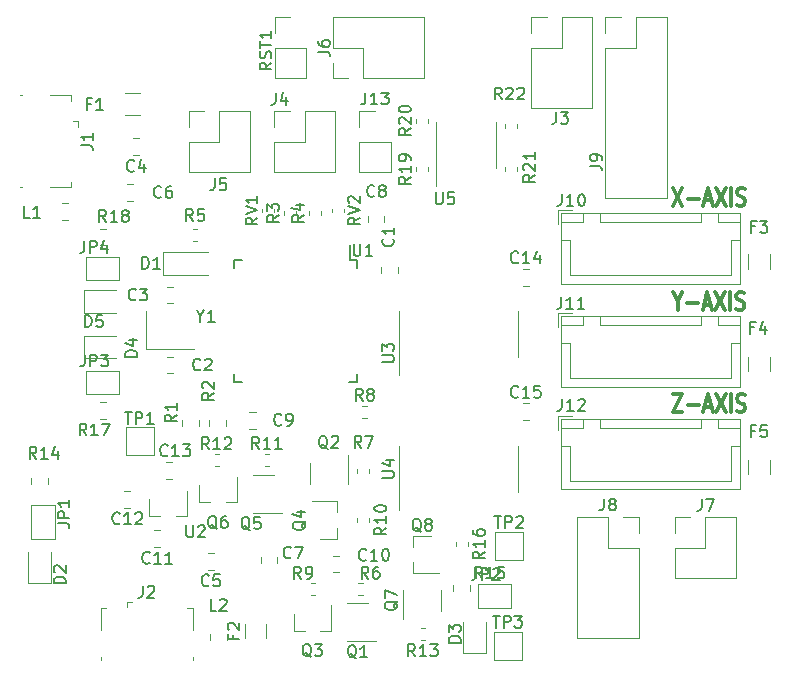
<source format=gto>
G04 #@! TF.GenerationSoftware,KiCad,Pcbnew,5.1.5-52549c5~84~ubuntu18.04.1*
G04 #@! TF.CreationDate,2020-03-02T20:18:09+00:00*
G04 #@! TF.ProjectId,sangaboard_v0.4,73616e67-6162-46f6-9172-645f76302e34,rev?*
G04 #@! TF.SameCoordinates,Original*
G04 #@! TF.FileFunction,Legend,Top*
G04 #@! TF.FilePolarity,Positive*
%FSLAX46Y46*%
G04 Gerber Fmt 4.6, Leading zero omitted, Abs format (unit mm)*
G04 Created by KiCad (PCBNEW 5.1.5-52549c5~84~ubuntu18.04.1) date 2020-03-02 20:18:09*
%MOMM*%
%LPD*%
G04 APERTURE LIST*
%ADD10C,0.300000*%
%ADD11C,0.120000*%
%ADD12C,0.150000*%
G04 APERTURE END LIST*
D10*
X252744285Y-103588571D02*
X253544285Y-105088571D01*
X253544285Y-103588571D02*
X252744285Y-105088571D01*
X254001428Y-104517142D02*
X254915714Y-104517142D01*
X255430000Y-104660000D02*
X256001428Y-104660000D01*
X255315714Y-105088571D02*
X255715714Y-103588571D01*
X256115714Y-105088571D01*
X256401428Y-103588571D02*
X257201428Y-105088571D01*
X257201428Y-103588571D02*
X256401428Y-105088571D01*
X257658571Y-105088571D02*
X257658571Y-103588571D01*
X258172857Y-105017142D02*
X258344285Y-105088571D01*
X258630000Y-105088571D01*
X258744285Y-105017142D01*
X258801428Y-104945714D01*
X258858571Y-104802857D01*
X258858571Y-104660000D01*
X258801428Y-104517142D01*
X258744285Y-104445714D01*
X258630000Y-104374285D01*
X258401428Y-104302857D01*
X258287142Y-104231428D01*
X258230000Y-104160000D01*
X258172857Y-104017142D01*
X258172857Y-103874285D01*
X258230000Y-103731428D01*
X258287142Y-103660000D01*
X258401428Y-103588571D01*
X258687142Y-103588571D01*
X258858571Y-103660000D01*
X253144285Y-113184285D02*
X253144285Y-113898571D01*
X252744285Y-112398571D02*
X253144285Y-113184285D01*
X253544285Y-112398571D01*
X253944285Y-113327142D02*
X254858571Y-113327142D01*
X255372857Y-113470000D02*
X255944285Y-113470000D01*
X255258571Y-113898571D02*
X255658571Y-112398571D01*
X256058571Y-113898571D01*
X256344285Y-112398571D02*
X257144285Y-113898571D01*
X257144285Y-112398571D02*
X256344285Y-113898571D01*
X257601428Y-113898571D02*
X257601428Y-112398571D01*
X258115714Y-113827142D02*
X258287142Y-113898571D01*
X258572857Y-113898571D01*
X258687142Y-113827142D01*
X258744285Y-113755714D01*
X258801428Y-113612857D01*
X258801428Y-113470000D01*
X258744285Y-113327142D01*
X258687142Y-113255714D01*
X258572857Y-113184285D01*
X258344285Y-113112857D01*
X258230000Y-113041428D01*
X258172857Y-112970000D01*
X258115714Y-112827142D01*
X258115714Y-112684285D01*
X258172857Y-112541428D01*
X258230000Y-112470000D01*
X258344285Y-112398571D01*
X258630000Y-112398571D01*
X258801428Y-112470000D01*
X252744285Y-121068571D02*
X253544285Y-121068571D01*
X252744285Y-122568571D01*
X253544285Y-122568571D01*
X254001428Y-121997142D02*
X254915714Y-121997142D01*
X255430000Y-122140000D02*
X256001428Y-122140000D01*
X255315714Y-122568571D02*
X255715714Y-121068571D01*
X256115714Y-122568571D01*
X256401428Y-121068571D02*
X257201428Y-122568571D01*
X257201428Y-121068571D02*
X256401428Y-122568571D01*
X257658571Y-122568571D02*
X257658571Y-121068571D01*
X258172857Y-122497142D02*
X258344285Y-122568571D01*
X258630000Y-122568571D01*
X258744285Y-122497142D01*
X258801428Y-122425714D01*
X258858571Y-122282857D01*
X258858571Y-122140000D01*
X258801428Y-121997142D01*
X258744285Y-121925714D01*
X258630000Y-121854285D01*
X258401428Y-121782857D01*
X258287142Y-121711428D01*
X258230000Y-121640000D01*
X258172857Y-121497142D01*
X258172857Y-121354285D01*
X258230000Y-121211428D01*
X258287142Y-121140000D01*
X258401428Y-121068571D01*
X258687142Y-121068571D01*
X258858571Y-121140000D01*
D11*
X205850000Y-111430000D02*
X203050000Y-111430000D01*
X203050000Y-111430000D02*
X203050000Y-109430000D01*
X203050000Y-109430000D02*
X205850000Y-109430000D01*
X205850000Y-109430000D02*
X205850000Y-111430000D01*
X205880000Y-121060000D02*
X203080000Y-121060000D01*
X203080000Y-121060000D02*
X203080000Y-119060000D01*
X203080000Y-119060000D02*
X205880000Y-119060000D01*
X205880000Y-119060000D02*
X205880000Y-121060000D01*
X239020000Y-139150000D02*
X236220000Y-139150000D01*
X236220000Y-139150000D02*
X236220000Y-137150000D01*
X236220000Y-137150000D02*
X239020000Y-137150000D01*
X239020000Y-137150000D02*
X239020000Y-139150000D01*
X198390000Y-133280000D02*
X198390000Y-130480000D01*
X198390000Y-130480000D02*
X200390000Y-130480000D01*
X200390000Y-130480000D02*
X200390000Y-133280000D01*
X200390000Y-133280000D02*
X198390000Y-133280000D01*
X218320000Y-141742064D02*
X218320000Y-140537936D01*
X216500000Y-141742064D02*
X216500000Y-140537936D01*
D12*
X225380000Y-109685000D02*
X225380000Y-108410000D01*
X225955000Y-120035000D02*
X225955000Y-119360000D01*
X215605000Y-120035000D02*
X215605000Y-119360000D01*
X215605000Y-109685000D02*
X215605000Y-110360000D01*
X225955000Y-109685000D02*
X225955000Y-110360000D01*
X215605000Y-109685000D02*
X216280000Y-109685000D01*
X215605000Y-120035000D02*
X216280000Y-120035000D01*
X225955000Y-120035000D02*
X225280000Y-120035000D01*
X225955000Y-109685000D02*
X225380000Y-109685000D01*
D11*
X212106233Y-108110000D02*
X212448767Y-108110000D01*
X212106233Y-107090000D02*
X212448767Y-107090000D01*
X226456233Y-123100000D02*
X226798767Y-123100000D01*
X226456233Y-122080000D02*
X226798767Y-122080000D01*
X222976666Y-105881267D02*
X222976666Y-105538733D01*
X221956666Y-105881267D02*
X221956666Y-105538733D01*
X220863333Y-105881267D02*
X220863333Y-105538733D01*
X219843333Y-105881267D02*
X219843333Y-105538733D01*
X206808578Y-129260000D02*
X206291422Y-129260000D01*
X206808578Y-130680000D02*
X206291422Y-130680000D01*
X209341078Y-132600000D02*
X208823922Y-132600000D01*
X209341078Y-134020000D02*
X208823922Y-134020000D01*
X213878578Y-134510000D02*
X213361422Y-134510000D01*
X213878578Y-135930000D02*
X213361422Y-135930000D01*
X207548578Y-99410000D02*
X207031422Y-99410000D01*
X207548578Y-100830000D02*
X207031422Y-100830000D01*
X247030000Y-104480000D02*
X252230000Y-104480000D01*
X247030000Y-91720000D02*
X247030000Y-104480000D01*
X252230000Y-89120000D02*
X252230000Y-104480000D01*
X247030000Y-91720000D02*
X249630000Y-91720000D01*
X249630000Y-91720000D02*
X249630000Y-89120000D01*
X249630000Y-89120000D02*
X252230000Y-89120000D01*
X247030000Y-90450000D02*
X247030000Y-89120000D01*
X247030000Y-89120000D02*
X248360000Y-89120000D01*
X248514000Y-131465001D02*
X249844000Y-131465001D01*
X249844000Y-131465001D02*
X249844000Y-132795001D01*
X247244000Y-131465001D02*
X247244000Y-134065001D01*
X247244000Y-134065001D02*
X249844000Y-134065001D01*
X249844000Y-134065001D02*
X249844000Y-141745001D01*
X244644000Y-141745001D02*
X249844000Y-141745001D01*
X244644000Y-131465001D02*
X244644000Y-141745001D01*
X244644000Y-131465001D02*
X247244000Y-131465001D01*
X228050000Y-110251422D02*
X228050000Y-110768578D01*
X229470000Y-110251422D02*
X229470000Y-110768578D01*
X210428578Y-117880000D02*
X209911422Y-117880000D01*
X210428578Y-119300000D02*
X209911422Y-119300000D01*
X210428578Y-113370000D02*
X209911422Y-113370000D01*
X210428578Y-111950000D02*
X209911422Y-111950000D01*
X206548922Y-103290000D02*
X207066078Y-103290000D01*
X206548922Y-104710000D02*
X207066078Y-104710000D01*
X219252000Y-134833922D02*
X219252000Y-135351078D01*
X217832000Y-134833922D02*
X217832000Y-135351078D01*
X226890000Y-105971422D02*
X226890000Y-106488578D01*
X228310000Y-105971422D02*
X228310000Y-106488578D01*
X216883922Y-123970000D02*
X217401078Y-123970000D01*
X216883922Y-122550000D02*
X217401078Y-122550000D01*
X224451078Y-136150000D02*
X223933922Y-136150000D01*
X224451078Y-134730000D02*
X223933922Y-134730000D01*
X210331078Y-128260000D02*
X209813922Y-128260000D01*
X210331078Y-126840000D02*
X209813922Y-126840000D01*
X240023922Y-111880000D02*
X240541078Y-111880000D01*
X240023922Y-110460000D02*
X240541078Y-110460000D01*
X240023922Y-121840000D02*
X240541078Y-121840000D01*
X240023922Y-123260000D02*
X240541078Y-123260000D01*
X209557500Y-109000000D02*
X209557500Y-111000000D01*
X209557500Y-111000000D02*
X213407500Y-111000000D01*
X209557500Y-109000000D02*
X213407500Y-109000000D01*
X200090000Y-137087500D02*
X200090000Y-134402500D01*
X198170000Y-137087500D02*
X200090000Y-137087500D01*
X198170000Y-134402500D02*
X198170000Y-137087500D01*
X235010000Y-140317500D02*
X235010000Y-143002500D01*
X235010000Y-143002500D02*
X236930000Y-143002500D01*
X236930000Y-143002500D02*
X236930000Y-140317500D01*
X205577500Y-116115000D02*
X202892500Y-116115000D01*
X202892500Y-116115000D02*
X202892500Y-118035000D01*
X202892500Y-118035000D02*
X205577500Y-118035000D01*
X202892500Y-114145000D02*
X205577500Y-114145000D01*
X202892500Y-112225000D02*
X202892500Y-114145000D01*
X205577500Y-112225000D02*
X202892500Y-112225000D01*
X207582064Y-97420000D02*
X206377936Y-97420000D01*
X207582064Y-95600000D02*
X206377936Y-95600000D01*
X259120000Y-109217936D02*
X259120000Y-110422064D01*
X260940000Y-109217936D02*
X260940000Y-110422064D01*
X260940000Y-119137064D02*
X260940000Y-117932936D01*
X259120000Y-119137064D02*
X259120000Y-117932936D01*
X260940000Y-126647936D02*
X260940000Y-127852064D01*
X259120000Y-126647936D02*
X259120000Y-127852064D01*
X202370000Y-97950000D02*
X201920000Y-97950000D01*
X202370000Y-97950000D02*
X202370000Y-98400000D01*
X201820000Y-103550000D02*
X201820000Y-103100000D01*
X199970000Y-103550000D02*
X201820000Y-103550000D01*
X197420000Y-95750000D02*
X197670000Y-95750000D01*
X197420000Y-103550000D02*
X197670000Y-103550000D01*
X199970000Y-95750000D02*
X201820000Y-95750000D01*
X201820000Y-95750000D02*
X201820000Y-96200000D01*
X204280000Y-139180000D02*
X204730000Y-139180000D01*
X204280000Y-141030000D02*
X204280000Y-139180000D01*
X212080000Y-143580000D02*
X212080000Y-143330000D01*
X204280000Y-143580000D02*
X204280000Y-143330000D01*
X212080000Y-141030000D02*
X212080000Y-139180000D01*
X212080000Y-139180000D02*
X211630000Y-139180000D01*
X206480000Y-138630000D02*
X206930000Y-138630000D01*
X206480000Y-138630000D02*
X206480000Y-139080000D01*
X240720000Y-89120000D02*
X242050000Y-89120000D01*
X240720000Y-90450000D02*
X240720000Y-89120000D01*
X243320000Y-89120000D02*
X245920000Y-89120000D01*
X243320000Y-91720000D02*
X243320000Y-89120000D01*
X240720000Y-91720000D02*
X243320000Y-91720000D01*
X245920000Y-89120000D02*
X245920000Y-96860000D01*
X240720000Y-91720000D02*
X240720000Y-96860000D01*
X240720000Y-96860000D02*
X245920000Y-96860000D01*
X218965000Y-102270000D02*
X224165000Y-102270000D01*
X218965000Y-99670000D02*
X218965000Y-102270000D01*
X224165000Y-97070000D02*
X224165000Y-102270000D01*
X218965000Y-99670000D02*
X221565000Y-99670000D01*
X221565000Y-99670000D02*
X221565000Y-97070000D01*
X221565000Y-97070000D02*
X224165000Y-97070000D01*
X218965000Y-98400000D02*
X218965000Y-97070000D01*
X218965000Y-97070000D02*
X220295000Y-97070000D01*
X211740000Y-97070000D02*
X213070000Y-97070000D01*
X211740000Y-98400000D02*
X211740000Y-97070000D01*
X214340000Y-97070000D02*
X216940000Y-97070000D01*
X214340000Y-99670000D02*
X214340000Y-97070000D01*
X211740000Y-99670000D02*
X214340000Y-99670000D01*
X216940000Y-97070000D02*
X216940000Y-102270000D01*
X211740000Y-99670000D02*
X211740000Y-102270000D01*
X211740000Y-102270000D02*
X216940000Y-102270000D01*
X231670000Y-94330000D02*
X231670000Y-89130000D01*
X226530000Y-94330000D02*
X231670000Y-94330000D01*
X223930000Y-89130000D02*
X231670000Y-89130000D01*
X226530000Y-94330000D02*
X226530000Y-91730000D01*
X226530000Y-91730000D02*
X223930000Y-91730000D01*
X223930000Y-91730000D02*
X223930000Y-89130000D01*
X225260000Y-94330000D02*
X223930000Y-94330000D01*
X223930000Y-94330000D02*
X223930000Y-93000000D01*
X252900000Y-136665001D02*
X258100000Y-136665001D01*
X252900000Y-134065001D02*
X252900000Y-136665001D01*
X258100000Y-131465001D02*
X258100000Y-136665001D01*
X252900000Y-134065001D02*
X255500000Y-134065001D01*
X255500000Y-134065001D02*
X255500000Y-131465001D01*
X255500000Y-131465001D02*
X258100000Y-131465001D01*
X252900000Y-132795001D02*
X252900000Y-131465001D01*
X252900000Y-131465001D02*
X254230000Y-131465001D01*
X242990000Y-105440000D02*
X242990000Y-106690000D01*
X244240000Y-105440000D02*
X242990000Y-105440000D01*
X257640000Y-110940000D02*
X250840000Y-110940000D01*
X257640000Y-107990000D02*
X257640000Y-110940000D01*
X258390000Y-107990000D02*
X257640000Y-107990000D01*
X244040000Y-110940000D02*
X250840000Y-110940000D01*
X244040000Y-107990000D02*
X244040000Y-110940000D01*
X243290000Y-107990000D02*
X244040000Y-107990000D01*
X258390000Y-105740000D02*
X256590000Y-105740000D01*
X258390000Y-106490000D02*
X258390000Y-105740000D01*
X256590000Y-106490000D02*
X258390000Y-106490000D01*
X256590000Y-105740000D02*
X256590000Y-106490000D01*
X245090000Y-105740000D02*
X243290000Y-105740000D01*
X245090000Y-106490000D02*
X245090000Y-105740000D01*
X243290000Y-106490000D02*
X245090000Y-106490000D01*
X243290000Y-105740000D02*
X243290000Y-106490000D01*
X255090000Y-105740000D02*
X246590000Y-105740000D01*
X255090000Y-106490000D02*
X255090000Y-105740000D01*
X246590000Y-106490000D02*
X255090000Y-106490000D01*
X246590000Y-105740000D02*
X246590000Y-106490000D01*
X258400000Y-105730000D02*
X243280000Y-105730000D01*
X258400000Y-111700000D02*
X258400000Y-105730000D01*
X243280000Y-111700000D02*
X258400000Y-111700000D01*
X243280000Y-105730000D02*
X243280000Y-111700000D01*
X243280000Y-114445000D02*
X243280000Y-120415000D01*
X243280000Y-120415000D02*
X258400000Y-120415000D01*
X258400000Y-120415000D02*
X258400000Y-114445000D01*
X258400000Y-114445000D02*
X243280000Y-114445000D01*
X246590000Y-114455000D02*
X246590000Y-115205000D01*
X246590000Y-115205000D02*
X255090000Y-115205000D01*
X255090000Y-115205000D02*
X255090000Y-114455000D01*
X255090000Y-114455000D02*
X246590000Y-114455000D01*
X243290000Y-114455000D02*
X243290000Y-115205000D01*
X243290000Y-115205000D02*
X245090000Y-115205000D01*
X245090000Y-115205000D02*
X245090000Y-114455000D01*
X245090000Y-114455000D02*
X243290000Y-114455000D01*
X256590000Y-114455000D02*
X256590000Y-115205000D01*
X256590000Y-115205000D02*
X258390000Y-115205000D01*
X258390000Y-115205000D02*
X258390000Y-114455000D01*
X258390000Y-114455000D02*
X256590000Y-114455000D01*
X243290000Y-116705000D02*
X244040000Y-116705000D01*
X244040000Y-116705000D02*
X244040000Y-119655000D01*
X244040000Y-119655000D02*
X250840000Y-119655000D01*
X258390000Y-116705000D02*
X257640000Y-116705000D01*
X257640000Y-116705000D02*
X257640000Y-119655000D01*
X257640000Y-119655000D02*
X250840000Y-119655000D01*
X244240000Y-114155000D02*
X242990000Y-114155000D01*
X242990000Y-114155000D02*
X242990000Y-115405000D01*
X243280000Y-123160000D02*
X243280000Y-129130000D01*
X243280000Y-129130000D02*
X258400000Y-129130000D01*
X258400000Y-129130000D02*
X258400000Y-123160000D01*
X258400000Y-123160000D02*
X243280000Y-123160000D01*
X246590000Y-123170000D02*
X246590000Y-123920000D01*
X246590000Y-123920000D02*
X255090000Y-123920000D01*
X255090000Y-123920000D02*
X255090000Y-123170000D01*
X255090000Y-123170000D02*
X246590000Y-123170000D01*
X243290000Y-123170000D02*
X243290000Y-123920000D01*
X243290000Y-123920000D02*
X245090000Y-123920000D01*
X245090000Y-123920000D02*
X245090000Y-123170000D01*
X245090000Y-123170000D02*
X243290000Y-123170000D01*
X256590000Y-123170000D02*
X256590000Y-123920000D01*
X256590000Y-123920000D02*
X258390000Y-123920000D01*
X258390000Y-123920000D02*
X258390000Y-123170000D01*
X258390000Y-123170000D02*
X256590000Y-123170000D01*
X243290000Y-125420000D02*
X244040000Y-125420000D01*
X244040000Y-125420000D02*
X244040000Y-128370000D01*
X244040000Y-128370000D02*
X250840000Y-128370000D01*
X258390000Y-125420000D02*
X257640000Y-125420000D01*
X257640000Y-125420000D02*
X257640000Y-128370000D01*
X257640000Y-128370000D02*
X250840000Y-128370000D01*
X244240000Y-122870000D02*
X242990000Y-122870000D01*
X242990000Y-122870000D02*
X242990000Y-124120000D01*
X226190000Y-102270000D02*
X228850000Y-102270000D01*
X226190000Y-99670000D02*
X226190000Y-102270000D01*
X228850000Y-99670000D02*
X228850000Y-102270000D01*
X226190000Y-99670000D02*
X228850000Y-99670000D01*
X226190000Y-98400000D02*
X226190000Y-97070000D01*
X226190000Y-97070000D02*
X227520000Y-97070000D01*
X201531252Y-106330000D02*
X201008748Y-106330000D01*
X201531252Y-104910000D02*
X201008748Y-104910000D01*
X214990000Y-141856252D02*
X214990000Y-141333748D01*
X213570000Y-141856252D02*
X213570000Y-141333748D01*
X225140000Y-141960000D02*
X227590000Y-141960000D01*
X226940000Y-138740000D02*
X225140000Y-138740000D01*
X225210000Y-128680000D02*
X225210000Y-126230000D01*
X221990000Y-126880000D02*
X221990000Y-128680000D01*
X220620000Y-141100000D02*
X221550000Y-141100000D01*
X223780000Y-141100000D02*
X222850000Y-141100000D01*
X223780000Y-141100000D02*
X223780000Y-138940000D01*
X220620000Y-141100000D02*
X220620000Y-139640000D01*
X224330000Y-133290000D02*
X222870000Y-133290000D01*
X224330000Y-130130000D02*
X222170000Y-130130000D01*
X224330000Y-130130000D02*
X224330000Y-131060000D01*
X224330000Y-133290000D02*
X224330000Y-132360000D01*
X218990000Y-127880000D02*
X217190000Y-127880000D01*
X217190000Y-131100000D02*
X219640000Y-131100000D01*
X212650000Y-130220000D02*
X213580000Y-130220000D01*
X215810000Y-130220000D02*
X214880000Y-130220000D01*
X215810000Y-130220000D02*
X215810000Y-128060000D01*
X212650000Y-130220000D02*
X212650000Y-128760000D01*
X233130000Y-139410000D02*
X233130000Y-137610000D01*
X229910000Y-137610000D02*
X229910000Y-140060000D01*
X230770000Y-133040000D02*
X232230000Y-133040000D01*
X230770000Y-136200000D02*
X232930000Y-136200000D01*
X230770000Y-136200000D02*
X230770000Y-135270000D01*
X230770000Y-133040000D02*
X230770000Y-133970000D01*
X212590000Y-123726078D02*
X212590000Y-123208922D01*
X211170000Y-123726078D02*
X211170000Y-123208922D01*
X213460000Y-123726078D02*
X213460000Y-123208922D01*
X214880000Y-123726078D02*
X214880000Y-123208922D01*
X226461267Y-138080000D02*
X226118733Y-138080000D01*
X226461267Y-137060000D02*
X226118733Y-137060000D01*
X227050000Y-127363733D02*
X227050000Y-127706267D01*
X226030000Y-127363733D02*
X226030000Y-127706267D01*
X222446267Y-137060000D02*
X222103733Y-137060000D01*
X222446267Y-138080000D02*
X222103733Y-138080000D01*
X227050000Y-131886267D02*
X227050000Y-131543733D01*
X226030000Y-131886267D02*
X226030000Y-131543733D01*
X218516267Y-127150000D02*
X218173733Y-127150000D01*
X218516267Y-126130000D02*
X218173733Y-126130000D01*
X214296267Y-126120000D02*
X213953733Y-126120000D01*
X214296267Y-127140000D02*
X213953733Y-127140000D01*
X231378733Y-141850000D02*
X231721267Y-141850000D01*
X231378733Y-140830000D02*
X231721267Y-140830000D01*
X198430000Y-128158922D02*
X198430000Y-128676078D01*
X199850000Y-128158922D02*
X199850000Y-128676078D01*
X235570000Y-137213922D02*
X235570000Y-137731078D01*
X234150000Y-137213922D02*
X234150000Y-137731078D01*
X234370000Y-133946267D02*
X234370000Y-133603733D01*
X235390000Y-133946267D02*
X235390000Y-133603733D01*
X204766078Y-123160000D02*
X204248922Y-123160000D01*
X204766078Y-121740000D02*
X204248922Y-121740000D01*
X204731078Y-107050000D02*
X204213922Y-107050000D01*
X204731078Y-108470000D02*
X204213922Y-108470000D01*
X230986000Y-101847733D02*
X230986000Y-102190267D01*
X232006000Y-101847733D02*
X232006000Y-102190267D01*
X232006000Y-97727733D02*
X232006000Y-98070267D01*
X230986000Y-97727733D02*
X230986000Y-98070267D01*
X239516000Y-102180267D02*
X239516000Y-101837733D01*
X238496000Y-102180267D02*
X238496000Y-101837733D01*
X238486000Y-98550267D02*
X238486000Y-98207733D01*
X239506000Y-98550267D02*
X239506000Y-98207733D01*
X219010000Y-89130000D02*
X220340000Y-89130000D01*
X219010000Y-90460000D02*
X219010000Y-89130000D01*
X219010000Y-91730000D02*
X221670000Y-91730000D01*
X221670000Y-91730000D02*
X221670000Y-94330000D01*
X219010000Y-91730000D02*
X219010000Y-94330000D01*
X219010000Y-94330000D02*
X221670000Y-94330000D01*
X217950000Y-105347221D02*
X217950000Y-105672779D01*
X218970000Y-105347221D02*
X218970000Y-105672779D01*
X224870000Y-105347221D02*
X224870000Y-105672779D01*
X223850000Y-105347221D02*
X223850000Y-105672779D01*
X206400000Y-123820000D02*
X208800000Y-123820000D01*
X208800000Y-123820000D02*
X208800000Y-126220000D01*
X208800000Y-126220000D02*
X206400000Y-126220000D01*
X206400000Y-126220000D02*
X206400000Y-123820000D01*
X237690000Y-135140000D02*
X237690000Y-132740000D01*
X240090000Y-135140000D02*
X237690000Y-135140000D01*
X240090000Y-132740000D02*
X240090000Y-135140000D01*
X237690000Y-132740000D02*
X240090000Y-132740000D01*
X237580000Y-141160000D02*
X239980000Y-141160000D01*
X239980000Y-141160000D02*
X239980000Y-143560000D01*
X239980000Y-143560000D02*
X237580000Y-143560000D01*
X237580000Y-143560000D02*
X237580000Y-141160000D01*
X208420000Y-131410000D02*
X209350000Y-131410000D01*
X211580000Y-131410000D02*
X210650000Y-131410000D01*
X211580000Y-131410000D02*
X211580000Y-129250000D01*
X208420000Y-131410000D02*
X208420000Y-129950000D01*
X239630000Y-115985000D02*
X239630000Y-114035000D01*
X239630000Y-115985000D02*
X239630000Y-117935000D01*
X229510000Y-115985000D02*
X229510000Y-114035000D01*
X229510000Y-115985000D02*
X229510000Y-119435000D01*
X229510000Y-127385000D02*
X229510000Y-130835000D01*
X229510000Y-127385000D02*
X229510000Y-125435000D01*
X239630000Y-127385000D02*
X239630000Y-129335000D01*
X239630000Y-127385000D02*
X239630000Y-125435000D01*
X237791000Y-99959000D02*
X237791000Y-98009000D01*
X237791000Y-99959000D02*
X237791000Y-101909000D01*
X232671000Y-99959000D02*
X232671000Y-98009000D01*
X232671000Y-99959000D02*
X232671000Y-103409000D01*
X208170000Y-113975000D02*
X208170000Y-117275000D01*
X208170000Y-117275000D02*
X212170000Y-117275000D01*
D12*
X202906666Y-108072380D02*
X202906666Y-108786666D01*
X202859047Y-108929523D01*
X202763809Y-109024761D01*
X202620952Y-109072380D01*
X202525714Y-109072380D01*
X203382857Y-109072380D02*
X203382857Y-108072380D01*
X203763809Y-108072380D01*
X203859047Y-108120000D01*
X203906666Y-108167619D01*
X203954285Y-108262857D01*
X203954285Y-108405714D01*
X203906666Y-108500952D01*
X203859047Y-108548571D01*
X203763809Y-108596190D01*
X203382857Y-108596190D01*
X204811428Y-108405714D02*
X204811428Y-109072380D01*
X204573333Y-108024761D02*
X204335238Y-108739047D01*
X204954285Y-108739047D01*
X202936666Y-117702380D02*
X202936666Y-118416666D01*
X202889047Y-118559523D01*
X202793809Y-118654761D01*
X202650952Y-118702380D01*
X202555714Y-118702380D01*
X203412857Y-118702380D02*
X203412857Y-117702380D01*
X203793809Y-117702380D01*
X203889047Y-117750000D01*
X203936666Y-117797619D01*
X203984285Y-117892857D01*
X203984285Y-118035714D01*
X203936666Y-118130952D01*
X203889047Y-118178571D01*
X203793809Y-118226190D01*
X203412857Y-118226190D01*
X204317619Y-117702380D02*
X204936666Y-117702380D01*
X204603333Y-118083333D01*
X204746190Y-118083333D01*
X204841428Y-118130952D01*
X204889047Y-118178571D01*
X204936666Y-118273809D01*
X204936666Y-118511904D01*
X204889047Y-118607142D01*
X204841428Y-118654761D01*
X204746190Y-118702380D01*
X204460476Y-118702380D01*
X204365238Y-118654761D01*
X204317619Y-118607142D01*
X236076666Y-135792380D02*
X236076666Y-136506666D01*
X236029047Y-136649523D01*
X235933809Y-136744761D01*
X235790952Y-136792380D01*
X235695714Y-136792380D01*
X236552857Y-136792380D02*
X236552857Y-135792380D01*
X236933809Y-135792380D01*
X237029047Y-135840000D01*
X237076666Y-135887619D01*
X237124285Y-135982857D01*
X237124285Y-136125714D01*
X237076666Y-136220952D01*
X237029047Y-136268571D01*
X236933809Y-136316190D01*
X236552857Y-136316190D01*
X237505238Y-135887619D02*
X237552857Y-135840000D01*
X237648095Y-135792380D01*
X237886190Y-135792380D01*
X237981428Y-135840000D01*
X238029047Y-135887619D01*
X238076666Y-135982857D01*
X238076666Y-136078095D01*
X238029047Y-136220952D01*
X237457619Y-136792380D01*
X238076666Y-136792380D01*
X200652380Y-132003333D02*
X201366666Y-132003333D01*
X201509523Y-132050952D01*
X201604761Y-132146190D01*
X201652380Y-132289047D01*
X201652380Y-132384285D01*
X201652380Y-131527142D02*
X200652380Y-131527142D01*
X200652380Y-131146190D01*
X200700000Y-131050952D01*
X200747619Y-131003333D01*
X200842857Y-130955714D01*
X200985714Y-130955714D01*
X201080952Y-131003333D01*
X201128571Y-131050952D01*
X201176190Y-131146190D01*
X201176190Y-131527142D01*
X201652380Y-130003333D02*
X201652380Y-130574761D01*
X201652380Y-130289047D02*
X200652380Y-130289047D01*
X200795238Y-130384285D01*
X200890476Y-130479523D01*
X200938095Y-130574761D01*
X215518571Y-141473333D02*
X215518571Y-141806666D01*
X216042380Y-141806666D02*
X215042380Y-141806666D01*
X215042380Y-141330476D01*
X215137619Y-140997142D02*
X215090000Y-140949523D01*
X215042380Y-140854285D01*
X215042380Y-140616190D01*
X215090000Y-140520952D01*
X215137619Y-140473333D01*
X215232857Y-140425714D01*
X215328095Y-140425714D01*
X215470952Y-140473333D01*
X216042380Y-141044761D01*
X216042380Y-140425714D01*
X225718095Y-108352380D02*
X225718095Y-109161904D01*
X225765714Y-109257142D01*
X225813333Y-109304761D01*
X225908571Y-109352380D01*
X226099047Y-109352380D01*
X226194285Y-109304761D01*
X226241904Y-109257142D01*
X226289523Y-109161904D01*
X226289523Y-108352380D01*
X227289523Y-109352380D02*
X226718095Y-109352380D01*
X227003809Y-109352380D02*
X227003809Y-108352380D01*
X226908571Y-108495238D01*
X226813333Y-108590476D01*
X226718095Y-108638095D01*
X212110833Y-106402380D02*
X211777500Y-105926190D01*
X211539404Y-106402380D02*
X211539404Y-105402380D01*
X211920357Y-105402380D01*
X212015595Y-105450000D01*
X212063214Y-105497619D01*
X212110833Y-105592857D01*
X212110833Y-105735714D01*
X212063214Y-105830952D01*
X212015595Y-105878571D01*
X211920357Y-105926190D01*
X211539404Y-105926190D01*
X213015595Y-105402380D02*
X212539404Y-105402380D01*
X212491785Y-105878571D01*
X212539404Y-105830952D01*
X212634642Y-105783333D01*
X212872738Y-105783333D01*
X212967976Y-105830952D01*
X213015595Y-105878571D01*
X213063214Y-105973809D01*
X213063214Y-106211904D01*
X213015595Y-106307142D01*
X212967976Y-106354761D01*
X212872738Y-106402380D01*
X212634642Y-106402380D01*
X212539404Y-106354761D01*
X212491785Y-106307142D01*
X226460833Y-121612380D02*
X226127500Y-121136190D01*
X225889404Y-121612380D02*
X225889404Y-120612380D01*
X226270357Y-120612380D01*
X226365595Y-120660000D01*
X226413214Y-120707619D01*
X226460833Y-120802857D01*
X226460833Y-120945714D01*
X226413214Y-121040952D01*
X226365595Y-121088571D01*
X226270357Y-121136190D01*
X225889404Y-121136190D01*
X227032261Y-121040952D02*
X226937023Y-120993333D01*
X226889404Y-120945714D01*
X226841785Y-120850476D01*
X226841785Y-120802857D01*
X226889404Y-120707619D01*
X226937023Y-120660000D01*
X227032261Y-120612380D01*
X227222738Y-120612380D01*
X227317976Y-120660000D01*
X227365595Y-120707619D01*
X227413214Y-120802857D01*
X227413214Y-120850476D01*
X227365595Y-120945714D01*
X227317976Y-120993333D01*
X227222738Y-121040952D01*
X227032261Y-121040952D01*
X226937023Y-121088571D01*
X226889404Y-121136190D01*
X226841785Y-121231428D01*
X226841785Y-121421904D01*
X226889404Y-121517142D01*
X226937023Y-121564761D01*
X227032261Y-121612380D01*
X227222738Y-121612380D01*
X227317976Y-121564761D01*
X227365595Y-121517142D01*
X227413214Y-121421904D01*
X227413214Y-121231428D01*
X227365595Y-121136190D01*
X227317976Y-121088571D01*
X227222738Y-121040952D01*
X221489046Y-105876666D02*
X221012856Y-106210000D01*
X221489046Y-106448095D02*
X220489046Y-106448095D01*
X220489046Y-106067142D01*
X220536666Y-105971904D01*
X220584285Y-105924285D01*
X220679523Y-105876666D01*
X220822380Y-105876666D01*
X220917618Y-105924285D01*
X220965237Y-105971904D01*
X221012856Y-106067142D01*
X221012856Y-106448095D01*
X220822380Y-105019523D02*
X221489046Y-105019523D01*
X220441427Y-105257619D02*
X221155713Y-105495714D01*
X221155713Y-104876666D01*
X219375713Y-105876666D02*
X218899523Y-106210000D01*
X219375713Y-106448095D02*
X218375713Y-106448095D01*
X218375713Y-106067142D01*
X218423333Y-105971904D01*
X218470952Y-105924285D01*
X218566190Y-105876666D01*
X218709047Y-105876666D01*
X218804285Y-105924285D01*
X218851904Y-105971904D01*
X218899523Y-106067142D01*
X218899523Y-106448095D01*
X218375713Y-105543333D02*
X218375713Y-104924285D01*
X218756666Y-105257619D01*
X218756666Y-105114761D01*
X218804285Y-105019523D01*
X218851904Y-104971904D01*
X218947142Y-104924285D01*
X219185237Y-104924285D01*
X219280475Y-104971904D01*
X219328094Y-105019523D01*
X219375713Y-105114761D01*
X219375713Y-105400476D01*
X219328094Y-105495714D01*
X219280475Y-105543333D01*
X205907142Y-131977142D02*
X205859523Y-132024761D01*
X205716666Y-132072380D01*
X205621428Y-132072380D01*
X205478571Y-132024761D01*
X205383333Y-131929523D01*
X205335714Y-131834285D01*
X205288095Y-131643809D01*
X205288095Y-131500952D01*
X205335714Y-131310476D01*
X205383333Y-131215238D01*
X205478571Y-131120000D01*
X205621428Y-131072380D01*
X205716666Y-131072380D01*
X205859523Y-131120000D01*
X205907142Y-131167619D01*
X206859523Y-132072380D02*
X206288095Y-132072380D01*
X206573809Y-132072380D02*
X206573809Y-131072380D01*
X206478571Y-131215238D01*
X206383333Y-131310476D01*
X206288095Y-131358095D01*
X207240476Y-131167619D02*
X207288095Y-131120000D01*
X207383333Y-131072380D01*
X207621428Y-131072380D01*
X207716666Y-131120000D01*
X207764285Y-131167619D01*
X207811904Y-131262857D01*
X207811904Y-131358095D01*
X207764285Y-131500952D01*
X207192857Y-132072380D01*
X207811904Y-132072380D01*
X208439642Y-135317142D02*
X208392023Y-135364761D01*
X208249166Y-135412380D01*
X208153928Y-135412380D01*
X208011071Y-135364761D01*
X207915833Y-135269523D01*
X207868214Y-135174285D01*
X207820595Y-134983809D01*
X207820595Y-134840952D01*
X207868214Y-134650476D01*
X207915833Y-134555238D01*
X208011071Y-134460000D01*
X208153928Y-134412380D01*
X208249166Y-134412380D01*
X208392023Y-134460000D01*
X208439642Y-134507619D01*
X209392023Y-135412380D02*
X208820595Y-135412380D01*
X209106309Y-135412380D02*
X209106309Y-134412380D01*
X209011071Y-134555238D01*
X208915833Y-134650476D01*
X208820595Y-134698095D01*
X210344404Y-135412380D02*
X209772976Y-135412380D01*
X210058690Y-135412380D02*
X210058690Y-134412380D01*
X209963452Y-134555238D01*
X209868214Y-134650476D01*
X209772976Y-134698095D01*
X213453333Y-137227142D02*
X213405714Y-137274761D01*
X213262857Y-137322380D01*
X213167619Y-137322380D01*
X213024761Y-137274761D01*
X212929523Y-137179523D01*
X212881904Y-137084285D01*
X212834285Y-136893809D01*
X212834285Y-136750952D01*
X212881904Y-136560476D01*
X212929523Y-136465238D01*
X213024761Y-136370000D01*
X213167619Y-136322380D01*
X213262857Y-136322380D01*
X213405714Y-136370000D01*
X213453333Y-136417619D01*
X214358095Y-136322380D02*
X213881904Y-136322380D01*
X213834285Y-136798571D01*
X213881904Y-136750952D01*
X213977142Y-136703333D01*
X214215238Y-136703333D01*
X214310476Y-136750952D01*
X214358095Y-136798571D01*
X214405714Y-136893809D01*
X214405714Y-137131904D01*
X214358095Y-137227142D01*
X214310476Y-137274761D01*
X214215238Y-137322380D01*
X213977142Y-137322380D01*
X213881904Y-137274761D01*
X213834285Y-137227142D01*
X207123333Y-102127142D02*
X207075714Y-102174761D01*
X206932857Y-102222380D01*
X206837619Y-102222380D01*
X206694761Y-102174761D01*
X206599523Y-102079523D01*
X206551904Y-101984285D01*
X206504285Y-101793809D01*
X206504285Y-101650952D01*
X206551904Y-101460476D01*
X206599523Y-101365238D01*
X206694761Y-101270000D01*
X206837619Y-101222380D01*
X206932857Y-101222380D01*
X207075714Y-101270000D01*
X207123333Y-101317619D01*
X207980476Y-101555714D02*
X207980476Y-102222380D01*
X207742380Y-101174761D02*
X207504285Y-101889047D01*
X208123333Y-101889047D01*
X245732380Y-101733333D02*
X246446666Y-101733333D01*
X246589523Y-101780952D01*
X246684761Y-101876190D01*
X246732380Y-102019047D01*
X246732380Y-102114285D01*
X246732380Y-101209523D02*
X246732380Y-101019047D01*
X246684761Y-100923809D01*
X246637142Y-100876190D01*
X246494285Y-100780952D01*
X246303809Y-100733333D01*
X245922857Y-100733333D01*
X245827619Y-100780952D01*
X245780000Y-100828571D01*
X245732380Y-100923809D01*
X245732380Y-101114285D01*
X245780000Y-101209523D01*
X245827619Y-101257142D01*
X245922857Y-101304761D01*
X246160952Y-101304761D01*
X246256190Y-101257142D01*
X246303809Y-101209523D01*
X246351428Y-101114285D01*
X246351428Y-100923809D01*
X246303809Y-100828571D01*
X246256190Y-100780952D01*
X246160952Y-100733333D01*
X246906666Y-129892380D02*
X246906666Y-130606666D01*
X246859047Y-130749523D01*
X246763809Y-130844761D01*
X246620952Y-130892380D01*
X246525714Y-130892380D01*
X247525714Y-130320952D02*
X247430476Y-130273333D01*
X247382857Y-130225714D01*
X247335238Y-130130476D01*
X247335238Y-130082857D01*
X247382857Y-129987619D01*
X247430476Y-129940000D01*
X247525714Y-129892380D01*
X247716190Y-129892380D01*
X247811428Y-129940000D01*
X247859047Y-129987619D01*
X247906666Y-130082857D01*
X247906666Y-130130476D01*
X247859047Y-130225714D01*
X247811428Y-130273333D01*
X247716190Y-130320952D01*
X247525714Y-130320952D01*
X247430476Y-130368571D01*
X247382857Y-130416190D01*
X247335238Y-130511428D01*
X247335238Y-130701904D01*
X247382857Y-130797142D01*
X247430476Y-130844761D01*
X247525714Y-130892380D01*
X247716190Y-130892380D01*
X247811428Y-130844761D01*
X247859047Y-130797142D01*
X247906666Y-130701904D01*
X247906666Y-130511428D01*
X247859047Y-130416190D01*
X247811428Y-130368571D01*
X247716190Y-130320952D01*
X229027142Y-107904166D02*
X229074761Y-107951785D01*
X229122380Y-108094642D01*
X229122380Y-108189880D01*
X229074761Y-108332738D01*
X228979523Y-108427976D01*
X228884285Y-108475595D01*
X228693809Y-108523214D01*
X228550952Y-108523214D01*
X228360476Y-108475595D01*
X228265238Y-108427976D01*
X228170000Y-108332738D01*
X228122380Y-108189880D01*
X228122380Y-108094642D01*
X228170000Y-107951785D01*
X228217619Y-107904166D01*
X229122380Y-106951785D02*
X229122380Y-107523214D01*
X229122380Y-107237500D02*
X228122380Y-107237500D01*
X228265238Y-107332738D01*
X228360476Y-107427976D01*
X228408095Y-107523214D01*
X212743333Y-118947142D02*
X212695714Y-118994761D01*
X212552857Y-119042380D01*
X212457619Y-119042380D01*
X212314761Y-118994761D01*
X212219523Y-118899523D01*
X212171904Y-118804285D01*
X212124285Y-118613809D01*
X212124285Y-118470952D01*
X212171904Y-118280476D01*
X212219523Y-118185238D01*
X212314761Y-118090000D01*
X212457619Y-118042380D01*
X212552857Y-118042380D01*
X212695714Y-118090000D01*
X212743333Y-118137619D01*
X213124285Y-118137619D02*
X213171904Y-118090000D01*
X213267142Y-118042380D01*
X213505238Y-118042380D01*
X213600476Y-118090000D01*
X213648095Y-118137619D01*
X213695714Y-118232857D01*
X213695714Y-118328095D01*
X213648095Y-118470952D01*
X213076666Y-119042380D01*
X213695714Y-119042380D01*
X207275833Y-113027142D02*
X207228214Y-113074761D01*
X207085357Y-113122380D01*
X206990119Y-113122380D01*
X206847261Y-113074761D01*
X206752023Y-112979523D01*
X206704404Y-112884285D01*
X206656785Y-112693809D01*
X206656785Y-112550952D01*
X206704404Y-112360476D01*
X206752023Y-112265238D01*
X206847261Y-112170000D01*
X206990119Y-112122380D01*
X207085357Y-112122380D01*
X207228214Y-112170000D01*
X207275833Y-112217619D01*
X207609166Y-112122380D02*
X208228214Y-112122380D01*
X207894880Y-112503333D01*
X208037738Y-112503333D01*
X208132976Y-112550952D01*
X208180595Y-112598571D01*
X208228214Y-112693809D01*
X208228214Y-112931904D01*
X208180595Y-113027142D01*
X208132976Y-113074761D01*
X208037738Y-113122380D01*
X207752023Y-113122380D01*
X207656785Y-113074761D01*
X207609166Y-113027142D01*
X209418333Y-104357142D02*
X209370714Y-104404761D01*
X209227857Y-104452380D01*
X209132619Y-104452380D01*
X208989761Y-104404761D01*
X208894523Y-104309523D01*
X208846904Y-104214285D01*
X208799285Y-104023809D01*
X208799285Y-103880952D01*
X208846904Y-103690476D01*
X208894523Y-103595238D01*
X208989761Y-103500000D01*
X209132619Y-103452380D01*
X209227857Y-103452380D01*
X209370714Y-103500000D01*
X209418333Y-103547619D01*
X210275476Y-103452380D02*
X210085000Y-103452380D01*
X209989761Y-103500000D01*
X209942142Y-103547619D01*
X209846904Y-103690476D01*
X209799285Y-103880952D01*
X209799285Y-104261904D01*
X209846904Y-104357142D01*
X209894523Y-104404761D01*
X209989761Y-104452380D01*
X210180238Y-104452380D01*
X210275476Y-104404761D01*
X210323095Y-104357142D01*
X210370714Y-104261904D01*
X210370714Y-104023809D01*
X210323095Y-103928571D01*
X210275476Y-103880952D01*
X210180238Y-103833333D01*
X209989761Y-103833333D01*
X209894523Y-103880952D01*
X209846904Y-103928571D01*
X209799285Y-104023809D01*
X220407333Y-134863142D02*
X220359714Y-134910761D01*
X220216857Y-134958380D01*
X220121619Y-134958380D01*
X219978761Y-134910761D01*
X219883523Y-134815523D01*
X219835904Y-134720285D01*
X219788285Y-134529809D01*
X219788285Y-134386952D01*
X219835904Y-134196476D01*
X219883523Y-134101238D01*
X219978761Y-134006000D01*
X220121619Y-133958380D01*
X220216857Y-133958380D01*
X220359714Y-134006000D01*
X220407333Y-134053619D01*
X220740666Y-133958380D02*
X221407333Y-133958380D01*
X220978761Y-134958380D01*
X227463333Y-104269642D02*
X227415714Y-104317261D01*
X227272857Y-104364880D01*
X227177619Y-104364880D01*
X227034761Y-104317261D01*
X226939523Y-104222023D01*
X226891904Y-104126785D01*
X226844285Y-103936309D01*
X226844285Y-103793452D01*
X226891904Y-103602976D01*
X226939523Y-103507738D01*
X227034761Y-103412500D01*
X227177619Y-103364880D01*
X227272857Y-103364880D01*
X227415714Y-103412500D01*
X227463333Y-103460119D01*
X228034761Y-103793452D02*
X227939523Y-103745833D01*
X227891904Y-103698214D01*
X227844285Y-103602976D01*
X227844285Y-103555357D01*
X227891904Y-103460119D01*
X227939523Y-103412500D01*
X228034761Y-103364880D01*
X228225238Y-103364880D01*
X228320476Y-103412500D01*
X228368095Y-103460119D01*
X228415714Y-103555357D01*
X228415714Y-103602976D01*
X228368095Y-103698214D01*
X228320476Y-103745833D01*
X228225238Y-103793452D01*
X228034761Y-103793452D01*
X227939523Y-103841071D01*
X227891904Y-103888690D01*
X227844285Y-103983928D01*
X227844285Y-104174404D01*
X227891904Y-104269642D01*
X227939523Y-104317261D01*
X228034761Y-104364880D01*
X228225238Y-104364880D01*
X228320476Y-104317261D01*
X228368095Y-104269642D01*
X228415714Y-104174404D01*
X228415714Y-103983928D01*
X228368095Y-103888690D01*
X228320476Y-103841071D01*
X228225238Y-103793452D01*
X219593333Y-123617142D02*
X219545714Y-123664761D01*
X219402857Y-123712380D01*
X219307619Y-123712380D01*
X219164761Y-123664761D01*
X219069523Y-123569523D01*
X219021904Y-123474285D01*
X218974285Y-123283809D01*
X218974285Y-123140952D01*
X219021904Y-122950476D01*
X219069523Y-122855238D01*
X219164761Y-122760000D01*
X219307619Y-122712380D01*
X219402857Y-122712380D01*
X219545714Y-122760000D01*
X219593333Y-122807619D01*
X220069523Y-123712380D02*
X220260000Y-123712380D01*
X220355238Y-123664761D01*
X220402857Y-123617142D01*
X220498095Y-123474285D01*
X220545714Y-123283809D01*
X220545714Y-122902857D01*
X220498095Y-122807619D01*
X220450476Y-122760000D01*
X220355238Y-122712380D01*
X220164761Y-122712380D01*
X220069523Y-122760000D01*
X220021904Y-122807619D01*
X219974285Y-122902857D01*
X219974285Y-123140952D01*
X220021904Y-123236190D01*
X220069523Y-123283809D01*
X220164761Y-123331428D01*
X220355238Y-123331428D01*
X220450476Y-123283809D01*
X220498095Y-123236190D01*
X220545714Y-123140952D01*
X226777142Y-135067142D02*
X226729523Y-135114761D01*
X226586666Y-135162380D01*
X226491428Y-135162380D01*
X226348571Y-135114761D01*
X226253333Y-135019523D01*
X226205714Y-134924285D01*
X226158095Y-134733809D01*
X226158095Y-134590952D01*
X226205714Y-134400476D01*
X226253333Y-134305238D01*
X226348571Y-134210000D01*
X226491428Y-134162380D01*
X226586666Y-134162380D01*
X226729523Y-134210000D01*
X226777142Y-134257619D01*
X227729523Y-135162380D02*
X227158095Y-135162380D01*
X227443809Y-135162380D02*
X227443809Y-134162380D01*
X227348571Y-134305238D01*
X227253333Y-134400476D01*
X227158095Y-134448095D01*
X228348571Y-134162380D02*
X228443809Y-134162380D01*
X228539047Y-134210000D01*
X228586666Y-134257619D01*
X228634285Y-134352857D01*
X228681904Y-134543333D01*
X228681904Y-134781428D01*
X228634285Y-134971904D01*
X228586666Y-135067142D01*
X228539047Y-135114761D01*
X228443809Y-135162380D01*
X228348571Y-135162380D01*
X228253333Y-135114761D01*
X228205714Y-135067142D01*
X228158095Y-134971904D01*
X228110476Y-134781428D01*
X228110476Y-134543333D01*
X228158095Y-134352857D01*
X228205714Y-134257619D01*
X228253333Y-134210000D01*
X228348571Y-134162380D01*
X209957142Y-126217142D02*
X209909523Y-126264761D01*
X209766666Y-126312380D01*
X209671428Y-126312380D01*
X209528571Y-126264761D01*
X209433333Y-126169523D01*
X209385714Y-126074285D01*
X209338095Y-125883809D01*
X209338095Y-125740952D01*
X209385714Y-125550476D01*
X209433333Y-125455238D01*
X209528571Y-125360000D01*
X209671428Y-125312380D01*
X209766666Y-125312380D01*
X209909523Y-125360000D01*
X209957142Y-125407619D01*
X210909523Y-126312380D02*
X210338095Y-126312380D01*
X210623809Y-126312380D02*
X210623809Y-125312380D01*
X210528571Y-125455238D01*
X210433333Y-125550476D01*
X210338095Y-125598095D01*
X211242857Y-125312380D02*
X211861904Y-125312380D01*
X211528571Y-125693333D01*
X211671428Y-125693333D01*
X211766666Y-125740952D01*
X211814285Y-125788571D01*
X211861904Y-125883809D01*
X211861904Y-126121904D01*
X211814285Y-126217142D01*
X211766666Y-126264761D01*
X211671428Y-126312380D01*
X211385714Y-126312380D01*
X211290476Y-126264761D01*
X211242857Y-126217142D01*
X239639642Y-109877142D02*
X239592023Y-109924761D01*
X239449166Y-109972380D01*
X239353928Y-109972380D01*
X239211071Y-109924761D01*
X239115833Y-109829523D01*
X239068214Y-109734285D01*
X239020595Y-109543809D01*
X239020595Y-109400952D01*
X239068214Y-109210476D01*
X239115833Y-109115238D01*
X239211071Y-109020000D01*
X239353928Y-108972380D01*
X239449166Y-108972380D01*
X239592023Y-109020000D01*
X239639642Y-109067619D01*
X240592023Y-109972380D02*
X240020595Y-109972380D01*
X240306309Y-109972380D02*
X240306309Y-108972380D01*
X240211071Y-109115238D01*
X240115833Y-109210476D01*
X240020595Y-109258095D01*
X241449166Y-109305714D02*
X241449166Y-109972380D01*
X241211071Y-108924761D02*
X240972976Y-109639047D01*
X241592023Y-109639047D01*
X239639642Y-121257142D02*
X239592023Y-121304761D01*
X239449166Y-121352380D01*
X239353928Y-121352380D01*
X239211071Y-121304761D01*
X239115833Y-121209523D01*
X239068214Y-121114285D01*
X239020595Y-120923809D01*
X239020595Y-120780952D01*
X239068214Y-120590476D01*
X239115833Y-120495238D01*
X239211071Y-120400000D01*
X239353928Y-120352380D01*
X239449166Y-120352380D01*
X239592023Y-120400000D01*
X239639642Y-120447619D01*
X240592023Y-121352380D02*
X240020595Y-121352380D01*
X240306309Y-121352380D02*
X240306309Y-120352380D01*
X240211071Y-120495238D01*
X240115833Y-120590476D01*
X240020595Y-120638095D01*
X241496785Y-120352380D02*
X241020595Y-120352380D01*
X240972976Y-120828571D01*
X241020595Y-120780952D01*
X241115833Y-120733333D01*
X241353928Y-120733333D01*
X241449166Y-120780952D01*
X241496785Y-120828571D01*
X241544404Y-120923809D01*
X241544404Y-121161904D01*
X241496785Y-121257142D01*
X241449166Y-121304761D01*
X241353928Y-121352380D01*
X241115833Y-121352380D01*
X241020595Y-121304761D01*
X240972976Y-121257142D01*
X207799404Y-110432380D02*
X207799404Y-109432380D01*
X208037500Y-109432380D01*
X208180357Y-109480000D01*
X208275595Y-109575238D01*
X208323214Y-109670476D01*
X208370833Y-109860952D01*
X208370833Y-110003809D01*
X208323214Y-110194285D01*
X208275595Y-110289523D01*
X208180357Y-110384761D01*
X208037500Y-110432380D01*
X207799404Y-110432380D01*
X209323214Y-110432380D02*
X208751785Y-110432380D01*
X209037500Y-110432380D02*
X209037500Y-109432380D01*
X208942261Y-109575238D01*
X208847023Y-109670476D01*
X208751785Y-109718095D01*
X201322380Y-137078095D02*
X200322380Y-137078095D01*
X200322380Y-136840000D01*
X200370000Y-136697142D01*
X200465238Y-136601904D01*
X200560476Y-136554285D01*
X200750952Y-136506666D01*
X200893809Y-136506666D01*
X201084285Y-136554285D01*
X201179523Y-136601904D01*
X201274761Y-136697142D01*
X201322380Y-136840000D01*
X201322380Y-137078095D01*
X200417619Y-136125714D02*
X200370000Y-136078095D01*
X200322380Y-135982857D01*
X200322380Y-135744761D01*
X200370000Y-135649523D01*
X200417619Y-135601904D01*
X200512857Y-135554285D01*
X200608095Y-135554285D01*
X200750952Y-135601904D01*
X201322380Y-136173333D01*
X201322380Y-135554285D01*
X234762380Y-142098095D02*
X233762380Y-142098095D01*
X233762380Y-141860000D01*
X233810000Y-141717142D01*
X233905238Y-141621904D01*
X234000476Y-141574285D01*
X234190952Y-141526666D01*
X234333809Y-141526666D01*
X234524285Y-141574285D01*
X234619523Y-141621904D01*
X234714761Y-141717142D01*
X234762380Y-141860000D01*
X234762380Y-142098095D01*
X233762380Y-141193333D02*
X233762380Y-140574285D01*
X234143333Y-140907619D01*
X234143333Y-140764761D01*
X234190952Y-140669523D01*
X234238571Y-140621904D01*
X234333809Y-140574285D01*
X234571904Y-140574285D01*
X234667142Y-140621904D01*
X234714761Y-140669523D01*
X234762380Y-140764761D01*
X234762380Y-141050476D01*
X234714761Y-141145714D01*
X234667142Y-141193333D01*
X207382380Y-117898095D02*
X206382380Y-117898095D01*
X206382380Y-117660000D01*
X206430000Y-117517142D01*
X206525238Y-117421904D01*
X206620476Y-117374285D01*
X206810952Y-117326666D01*
X206953809Y-117326666D01*
X207144285Y-117374285D01*
X207239523Y-117421904D01*
X207334761Y-117517142D01*
X207382380Y-117660000D01*
X207382380Y-117898095D01*
X206715714Y-116469523D02*
X207382380Y-116469523D01*
X206334761Y-116707619D02*
X207049047Y-116945714D01*
X207049047Y-116326666D01*
X202961904Y-115362380D02*
X202961904Y-114362380D01*
X203200000Y-114362380D01*
X203342857Y-114410000D01*
X203438095Y-114505238D01*
X203485714Y-114600476D01*
X203533333Y-114790952D01*
X203533333Y-114933809D01*
X203485714Y-115124285D01*
X203438095Y-115219523D01*
X203342857Y-115314761D01*
X203200000Y-115362380D01*
X202961904Y-115362380D01*
X204438095Y-114362380D02*
X203961904Y-114362380D01*
X203914285Y-114838571D01*
X203961904Y-114790952D01*
X204057142Y-114743333D01*
X204295238Y-114743333D01*
X204390476Y-114790952D01*
X204438095Y-114838571D01*
X204485714Y-114933809D01*
X204485714Y-115171904D01*
X204438095Y-115267142D01*
X204390476Y-115314761D01*
X204295238Y-115362380D01*
X204057142Y-115362380D01*
X203961904Y-115314761D01*
X203914285Y-115267142D01*
X203436666Y-96488571D02*
X203103333Y-96488571D01*
X203103333Y-97012380D02*
X203103333Y-96012380D01*
X203579523Y-96012380D01*
X204484285Y-97012380D02*
X203912857Y-97012380D01*
X204198571Y-97012380D02*
X204198571Y-96012380D01*
X204103333Y-96155238D01*
X204008095Y-96250476D01*
X203912857Y-96298095D01*
X259696666Y-106858571D02*
X259363333Y-106858571D01*
X259363333Y-107382380D02*
X259363333Y-106382380D01*
X259839523Y-106382380D01*
X260125238Y-106382380D02*
X260744285Y-106382380D01*
X260410952Y-106763333D01*
X260553809Y-106763333D01*
X260649047Y-106810952D01*
X260696666Y-106858571D01*
X260744285Y-106953809D01*
X260744285Y-107191904D01*
X260696666Y-107287142D01*
X260649047Y-107334761D01*
X260553809Y-107382380D01*
X260268095Y-107382380D01*
X260172857Y-107334761D01*
X260125238Y-107287142D01*
X259626666Y-115398571D02*
X259293333Y-115398571D01*
X259293333Y-115922380D02*
X259293333Y-114922380D01*
X259769523Y-114922380D01*
X260579047Y-115255714D02*
X260579047Y-115922380D01*
X260340952Y-114874761D02*
X260102857Y-115589047D01*
X260721904Y-115589047D01*
X259666666Y-124148571D02*
X259333333Y-124148571D01*
X259333333Y-124672380D02*
X259333333Y-123672380D01*
X259809523Y-123672380D01*
X260666666Y-123672380D02*
X260190476Y-123672380D01*
X260142857Y-124148571D01*
X260190476Y-124100952D01*
X260285714Y-124053333D01*
X260523809Y-124053333D01*
X260619047Y-124100952D01*
X260666666Y-124148571D01*
X260714285Y-124243809D01*
X260714285Y-124481904D01*
X260666666Y-124577142D01*
X260619047Y-124624761D01*
X260523809Y-124672380D01*
X260285714Y-124672380D01*
X260190476Y-124624761D01*
X260142857Y-124577142D01*
X202622380Y-99983333D02*
X203336666Y-99983333D01*
X203479523Y-100030952D01*
X203574761Y-100126190D01*
X203622380Y-100269047D01*
X203622380Y-100364285D01*
X203622380Y-98983333D02*
X203622380Y-99554761D01*
X203622380Y-99269047D02*
X202622380Y-99269047D01*
X202765238Y-99364285D01*
X202860476Y-99459523D01*
X202908095Y-99554761D01*
X207846666Y-137282380D02*
X207846666Y-137996666D01*
X207799047Y-138139523D01*
X207703809Y-138234761D01*
X207560952Y-138282380D01*
X207465714Y-138282380D01*
X208275238Y-137377619D02*
X208322857Y-137330000D01*
X208418095Y-137282380D01*
X208656190Y-137282380D01*
X208751428Y-137330000D01*
X208799047Y-137377619D01*
X208846666Y-137472857D01*
X208846666Y-137568095D01*
X208799047Y-137710952D01*
X208227619Y-138282380D01*
X208846666Y-138282380D01*
X242856666Y-97162380D02*
X242856666Y-97876666D01*
X242809047Y-98019523D01*
X242713809Y-98114761D01*
X242570952Y-98162380D01*
X242475714Y-98162380D01*
X243237619Y-97162380D02*
X243856666Y-97162380D01*
X243523333Y-97543333D01*
X243666190Y-97543333D01*
X243761428Y-97590952D01*
X243809047Y-97638571D01*
X243856666Y-97733809D01*
X243856666Y-97971904D01*
X243809047Y-98067142D01*
X243761428Y-98114761D01*
X243666190Y-98162380D01*
X243380476Y-98162380D01*
X243285238Y-98114761D01*
X243237619Y-98067142D01*
X219099666Y-95552380D02*
X219099666Y-96266666D01*
X219052047Y-96409523D01*
X218956809Y-96504761D01*
X218813952Y-96552380D01*
X218718714Y-96552380D01*
X220004428Y-95885714D02*
X220004428Y-96552380D01*
X219766333Y-95504761D02*
X219528238Y-96219047D01*
X220147285Y-96219047D01*
X213936666Y-102782380D02*
X213936666Y-103496666D01*
X213889047Y-103639523D01*
X213793809Y-103734761D01*
X213650952Y-103782380D01*
X213555714Y-103782380D01*
X214889047Y-102782380D02*
X214412857Y-102782380D01*
X214365238Y-103258571D01*
X214412857Y-103210952D01*
X214508095Y-103163333D01*
X214746190Y-103163333D01*
X214841428Y-103210952D01*
X214889047Y-103258571D01*
X214936666Y-103353809D01*
X214936666Y-103591904D01*
X214889047Y-103687142D01*
X214841428Y-103734761D01*
X214746190Y-103782380D01*
X214508095Y-103782380D01*
X214412857Y-103734761D01*
X214365238Y-103687142D01*
X222692380Y-92063333D02*
X223406666Y-92063333D01*
X223549523Y-92110952D01*
X223644761Y-92206190D01*
X223692380Y-92349047D01*
X223692380Y-92444285D01*
X222692380Y-91158571D02*
X222692380Y-91349047D01*
X222740000Y-91444285D01*
X222787619Y-91491904D01*
X222930476Y-91587142D01*
X223120952Y-91634761D01*
X223501904Y-91634761D01*
X223597142Y-91587142D01*
X223644761Y-91539523D01*
X223692380Y-91444285D01*
X223692380Y-91253809D01*
X223644761Y-91158571D01*
X223597142Y-91110952D01*
X223501904Y-91063333D01*
X223263809Y-91063333D01*
X223168571Y-91110952D01*
X223120952Y-91158571D01*
X223073333Y-91253809D01*
X223073333Y-91444285D01*
X223120952Y-91539523D01*
X223168571Y-91587142D01*
X223263809Y-91634761D01*
X255166666Y-129917381D02*
X255166666Y-130631667D01*
X255119047Y-130774524D01*
X255023809Y-130869762D01*
X254880952Y-130917381D01*
X254785714Y-130917381D01*
X255547619Y-129917381D02*
X256214285Y-129917381D01*
X255785714Y-130917381D01*
X243320476Y-104112380D02*
X243320476Y-104826666D01*
X243272857Y-104969523D01*
X243177619Y-105064761D01*
X243034761Y-105112380D01*
X242939523Y-105112380D01*
X244320476Y-105112380D02*
X243749047Y-105112380D01*
X244034761Y-105112380D02*
X244034761Y-104112380D01*
X243939523Y-104255238D01*
X243844285Y-104350476D01*
X243749047Y-104398095D01*
X244939523Y-104112380D02*
X245034761Y-104112380D01*
X245130000Y-104160000D01*
X245177619Y-104207619D01*
X245225238Y-104302857D01*
X245272857Y-104493333D01*
X245272857Y-104731428D01*
X245225238Y-104921904D01*
X245177619Y-105017142D01*
X245130000Y-105064761D01*
X245034761Y-105112380D01*
X244939523Y-105112380D01*
X244844285Y-105064761D01*
X244796666Y-105017142D01*
X244749047Y-104921904D01*
X244701428Y-104731428D01*
X244701428Y-104493333D01*
X244749047Y-104302857D01*
X244796666Y-104207619D01*
X244844285Y-104160000D01*
X244939523Y-104112380D01*
X243290476Y-112827380D02*
X243290476Y-113541666D01*
X243242857Y-113684523D01*
X243147619Y-113779761D01*
X243004761Y-113827380D01*
X242909523Y-113827380D01*
X244290476Y-113827380D02*
X243719047Y-113827380D01*
X244004761Y-113827380D02*
X244004761Y-112827380D01*
X243909523Y-112970238D01*
X243814285Y-113065476D01*
X243719047Y-113113095D01*
X245242857Y-113827380D02*
X244671428Y-113827380D01*
X244957142Y-113827380D02*
X244957142Y-112827380D01*
X244861904Y-112970238D01*
X244766666Y-113065476D01*
X244671428Y-113113095D01*
X243340476Y-121472380D02*
X243340476Y-122186666D01*
X243292857Y-122329523D01*
X243197619Y-122424761D01*
X243054761Y-122472380D01*
X242959523Y-122472380D01*
X244340476Y-122472380D02*
X243769047Y-122472380D01*
X244054761Y-122472380D02*
X244054761Y-121472380D01*
X243959523Y-121615238D01*
X243864285Y-121710476D01*
X243769047Y-121758095D01*
X244721428Y-121567619D02*
X244769047Y-121520000D01*
X244864285Y-121472380D01*
X245102380Y-121472380D01*
X245197619Y-121520000D01*
X245245238Y-121567619D01*
X245292857Y-121662857D01*
X245292857Y-121758095D01*
X245245238Y-121900952D01*
X244673809Y-122472380D01*
X245292857Y-122472380D01*
X226710476Y-95522380D02*
X226710476Y-96236666D01*
X226662857Y-96379523D01*
X226567619Y-96474761D01*
X226424761Y-96522380D01*
X226329523Y-96522380D01*
X227710476Y-96522380D02*
X227139047Y-96522380D01*
X227424761Y-96522380D02*
X227424761Y-95522380D01*
X227329523Y-95665238D01*
X227234285Y-95760476D01*
X227139047Y-95808095D01*
X228043809Y-95522380D02*
X228662857Y-95522380D01*
X228329523Y-95903333D01*
X228472380Y-95903333D01*
X228567619Y-95950952D01*
X228615238Y-95998571D01*
X228662857Y-96093809D01*
X228662857Y-96331904D01*
X228615238Y-96427142D01*
X228567619Y-96474761D01*
X228472380Y-96522380D01*
X228186666Y-96522380D01*
X228091428Y-96474761D01*
X228043809Y-96427142D01*
X198303333Y-106102380D02*
X197827142Y-106102380D01*
X197827142Y-105102380D01*
X199160476Y-106102380D02*
X198589047Y-106102380D01*
X198874761Y-106102380D02*
X198874761Y-105102380D01*
X198779523Y-105245238D01*
X198684285Y-105340476D01*
X198589047Y-105388095D01*
X214093333Y-139397380D02*
X213617142Y-139397380D01*
X213617142Y-138397380D01*
X214379047Y-138492619D02*
X214426666Y-138445000D01*
X214521904Y-138397380D01*
X214760000Y-138397380D01*
X214855238Y-138445000D01*
X214902857Y-138492619D01*
X214950476Y-138587857D01*
X214950476Y-138683095D01*
X214902857Y-138825952D01*
X214331428Y-139397380D01*
X214950476Y-139397380D01*
X225944761Y-143417619D02*
X225849523Y-143370000D01*
X225754285Y-143274761D01*
X225611428Y-143131904D01*
X225516190Y-143084285D01*
X225420952Y-143084285D01*
X225468571Y-143322380D02*
X225373333Y-143274761D01*
X225278095Y-143179523D01*
X225230476Y-142989047D01*
X225230476Y-142655714D01*
X225278095Y-142465238D01*
X225373333Y-142370000D01*
X225468571Y-142322380D01*
X225659047Y-142322380D01*
X225754285Y-142370000D01*
X225849523Y-142465238D01*
X225897142Y-142655714D01*
X225897142Y-142989047D01*
X225849523Y-143179523D01*
X225754285Y-143274761D01*
X225659047Y-143322380D01*
X225468571Y-143322380D01*
X226849523Y-143322380D02*
X226278095Y-143322380D01*
X226563809Y-143322380D02*
X226563809Y-142322380D01*
X226468571Y-142465238D01*
X226373333Y-142560476D01*
X226278095Y-142608095D01*
X223504761Y-125687619D02*
X223409523Y-125640000D01*
X223314285Y-125544761D01*
X223171428Y-125401904D01*
X223076190Y-125354285D01*
X222980952Y-125354285D01*
X223028571Y-125592380D02*
X222933333Y-125544761D01*
X222838095Y-125449523D01*
X222790476Y-125259047D01*
X222790476Y-124925714D01*
X222838095Y-124735238D01*
X222933333Y-124640000D01*
X223028571Y-124592380D01*
X223219047Y-124592380D01*
X223314285Y-124640000D01*
X223409523Y-124735238D01*
X223457142Y-124925714D01*
X223457142Y-125259047D01*
X223409523Y-125449523D01*
X223314285Y-125544761D01*
X223219047Y-125592380D01*
X223028571Y-125592380D01*
X223838095Y-124687619D02*
X223885714Y-124640000D01*
X223980952Y-124592380D01*
X224219047Y-124592380D01*
X224314285Y-124640000D01*
X224361904Y-124687619D01*
X224409523Y-124782857D01*
X224409523Y-124878095D01*
X224361904Y-125020952D01*
X223790476Y-125592380D01*
X224409523Y-125592380D01*
X222114761Y-143307619D02*
X222019523Y-143260000D01*
X221924285Y-143164761D01*
X221781428Y-143021904D01*
X221686190Y-142974285D01*
X221590952Y-142974285D01*
X221638571Y-143212380D02*
X221543333Y-143164761D01*
X221448095Y-143069523D01*
X221400476Y-142879047D01*
X221400476Y-142545714D01*
X221448095Y-142355238D01*
X221543333Y-142260000D01*
X221638571Y-142212380D01*
X221829047Y-142212380D01*
X221924285Y-142260000D01*
X222019523Y-142355238D01*
X222067142Y-142545714D01*
X222067142Y-142879047D01*
X222019523Y-143069523D01*
X221924285Y-143164761D01*
X221829047Y-143212380D01*
X221638571Y-143212380D01*
X222400476Y-142212380D02*
X223019523Y-142212380D01*
X222686190Y-142593333D01*
X222829047Y-142593333D01*
X222924285Y-142640952D01*
X222971904Y-142688571D01*
X223019523Y-142783809D01*
X223019523Y-143021904D01*
X222971904Y-143117142D01*
X222924285Y-143164761D01*
X222829047Y-143212380D01*
X222543333Y-143212380D01*
X222448095Y-143164761D01*
X222400476Y-143117142D01*
X221657619Y-131805238D02*
X221610000Y-131900476D01*
X221514761Y-131995714D01*
X221371904Y-132138571D01*
X221324285Y-132233809D01*
X221324285Y-132329047D01*
X221562380Y-132281428D02*
X221514761Y-132376666D01*
X221419523Y-132471904D01*
X221229047Y-132519523D01*
X220895714Y-132519523D01*
X220705238Y-132471904D01*
X220610000Y-132376666D01*
X220562380Y-132281428D01*
X220562380Y-132090952D01*
X220610000Y-131995714D01*
X220705238Y-131900476D01*
X220895714Y-131852857D01*
X221229047Y-131852857D01*
X221419523Y-131900476D01*
X221514761Y-131995714D01*
X221562380Y-132090952D01*
X221562380Y-132281428D01*
X220895714Y-130995714D02*
X221562380Y-130995714D01*
X220514761Y-131233809D02*
X221229047Y-131471904D01*
X221229047Y-130852857D01*
X216934761Y-132567619D02*
X216839523Y-132520000D01*
X216744285Y-132424761D01*
X216601428Y-132281904D01*
X216506190Y-132234285D01*
X216410952Y-132234285D01*
X216458571Y-132472380D02*
X216363333Y-132424761D01*
X216268095Y-132329523D01*
X216220476Y-132139047D01*
X216220476Y-131805714D01*
X216268095Y-131615238D01*
X216363333Y-131520000D01*
X216458571Y-131472380D01*
X216649047Y-131472380D01*
X216744285Y-131520000D01*
X216839523Y-131615238D01*
X216887142Y-131805714D01*
X216887142Y-132139047D01*
X216839523Y-132329523D01*
X216744285Y-132424761D01*
X216649047Y-132472380D01*
X216458571Y-132472380D01*
X217791904Y-131472380D02*
X217315714Y-131472380D01*
X217268095Y-131948571D01*
X217315714Y-131900952D01*
X217410952Y-131853333D01*
X217649047Y-131853333D01*
X217744285Y-131900952D01*
X217791904Y-131948571D01*
X217839523Y-132043809D01*
X217839523Y-132281904D01*
X217791904Y-132377142D01*
X217744285Y-132424761D01*
X217649047Y-132472380D01*
X217410952Y-132472380D01*
X217315714Y-132424761D01*
X217268095Y-132377142D01*
X214134761Y-132467619D02*
X214039523Y-132420000D01*
X213944285Y-132324761D01*
X213801428Y-132181904D01*
X213706190Y-132134285D01*
X213610952Y-132134285D01*
X213658571Y-132372380D02*
X213563333Y-132324761D01*
X213468095Y-132229523D01*
X213420476Y-132039047D01*
X213420476Y-131705714D01*
X213468095Y-131515238D01*
X213563333Y-131420000D01*
X213658571Y-131372380D01*
X213849047Y-131372380D01*
X213944285Y-131420000D01*
X214039523Y-131515238D01*
X214087142Y-131705714D01*
X214087142Y-132039047D01*
X214039523Y-132229523D01*
X213944285Y-132324761D01*
X213849047Y-132372380D01*
X213658571Y-132372380D01*
X214944285Y-131372380D02*
X214753809Y-131372380D01*
X214658571Y-131420000D01*
X214610952Y-131467619D01*
X214515714Y-131610476D01*
X214468095Y-131800952D01*
X214468095Y-132181904D01*
X214515714Y-132277142D01*
X214563333Y-132324761D01*
X214658571Y-132372380D01*
X214849047Y-132372380D01*
X214944285Y-132324761D01*
X214991904Y-132277142D01*
X215039523Y-132181904D01*
X215039523Y-131943809D01*
X214991904Y-131848571D01*
X214944285Y-131800952D01*
X214849047Y-131753333D01*
X214658571Y-131753333D01*
X214563333Y-131800952D01*
X214515714Y-131848571D01*
X214468095Y-131943809D01*
X229447619Y-138585238D02*
X229400000Y-138680476D01*
X229304761Y-138775714D01*
X229161904Y-138918571D01*
X229114285Y-139013809D01*
X229114285Y-139109047D01*
X229352380Y-139061428D02*
X229304761Y-139156666D01*
X229209523Y-139251904D01*
X229019047Y-139299523D01*
X228685714Y-139299523D01*
X228495238Y-139251904D01*
X228400000Y-139156666D01*
X228352380Y-139061428D01*
X228352380Y-138870952D01*
X228400000Y-138775714D01*
X228495238Y-138680476D01*
X228685714Y-138632857D01*
X229019047Y-138632857D01*
X229209523Y-138680476D01*
X229304761Y-138775714D01*
X229352380Y-138870952D01*
X229352380Y-139061428D01*
X228352380Y-138299523D02*
X228352380Y-137632857D01*
X229352380Y-138061428D01*
X231424761Y-132707619D02*
X231329523Y-132660000D01*
X231234285Y-132564761D01*
X231091428Y-132421904D01*
X230996190Y-132374285D01*
X230900952Y-132374285D01*
X230948571Y-132612380D02*
X230853333Y-132564761D01*
X230758095Y-132469523D01*
X230710476Y-132279047D01*
X230710476Y-131945714D01*
X230758095Y-131755238D01*
X230853333Y-131660000D01*
X230948571Y-131612380D01*
X231139047Y-131612380D01*
X231234285Y-131660000D01*
X231329523Y-131755238D01*
X231377142Y-131945714D01*
X231377142Y-132279047D01*
X231329523Y-132469523D01*
X231234285Y-132564761D01*
X231139047Y-132612380D01*
X230948571Y-132612380D01*
X231948571Y-132040952D02*
X231853333Y-131993333D01*
X231805714Y-131945714D01*
X231758095Y-131850476D01*
X231758095Y-131802857D01*
X231805714Y-131707619D01*
X231853333Y-131660000D01*
X231948571Y-131612380D01*
X232139047Y-131612380D01*
X232234285Y-131660000D01*
X232281904Y-131707619D01*
X232329523Y-131802857D01*
X232329523Y-131850476D01*
X232281904Y-131945714D01*
X232234285Y-131993333D01*
X232139047Y-132040952D01*
X231948571Y-132040952D01*
X231853333Y-132088571D01*
X231805714Y-132136190D01*
X231758095Y-132231428D01*
X231758095Y-132421904D01*
X231805714Y-132517142D01*
X231853333Y-132564761D01*
X231948571Y-132612380D01*
X232139047Y-132612380D01*
X232234285Y-132564761D01*
X232281904Y-132517142D01*
X232329523Y-132421904D01*
X232329523Y-132231428D01*
X232281904Y-132136190D01*
X232234285Y-132088571D01*
X232139047Y-132040952D01*
X210712380Y-122786666D02*
X210236190Y-123120000D01*
X210712380Y-123358095D02*
X209712380Y-123358095D01*
X209712380Y-122977142D01*
X209760000Y-122881904D01*
X209807619Y-122834285D01*
X209902857Y-122786666D01*
X210045714Y-122786666D01*
X210140952Y-122834285D01*
X210188571Y-122881904D01*
X210236190Y-122977142D01*
X210236190Y-123358095D01*
X210712380Y-121834285D02*
X210712380Y-122405714D01*
X210712380Y-122120000D02*
X209712380Y-122120000D01*
X209855238Y-122215238D01*
X209950476Y-122310476D01*
X209998095Y-122405714D01*
X213872380Y-120946666D02*
X213396190Y-121280000D01*
X213872380Y-121518095D02*
X212872380Y-121518095D01*
X212872380Y-121137142D01*
X212920000Y-121041904D01*
X212967619Y-120994285D01*
X213062857Y-120946666D01*
X213205714Y-120946666D01*
X213300952Y-120994285D01*
X213348571Y-121041904D01*
X213396190Y-121137142D01*
X213396190Y-121518095D01*
X212967619Y-120565714D02*
X212920000Y-120518095D01*
X212872380Y-120422857D01*
X212872380Y-120184761D01*
X212920000Y-120089523D01*
X212967619Y-120041904D01*
X213062857Y-119994285D01*
X213158095Y-119994285D01*
X213300952Y-120041904D01*
X213872380Y-120613333D01*
X213872380Y-119994285D01*
X226953333Y-136672380D02*
X226620000Y-136196190D01*
X226381904Y-136672380D02*
X226381904Y-135672380D01*
X226762857Y-135672380D01*
X226858095Y-135720000D01*
X226905714Y-135767619D01*
X226953333Y-135862857D01*
X226953333Y-136005714D01*
X226905714Y-136100952D01*
X226858095Y-136148571D01*
X226762857Y-136196190D01*
X226381904Y-136196190D01*
X227810476Y-135672380D02*
X227620000Y-135672380D01*
X227524761Y-135720000D01*
X227477142Y-135767619D01*
X227381904Y-135910476D01*
X227334285Y-136100952D01*
X227334285Y-136481904D01*
X227381904Y-136577142D01*
X227429523Y-136624761D01*
X227524761Y-136672380D01*
X227715238Y-136672380D01*
X227810476Y-136624761D01*
X227858095Y-136577142D01*
X227905714Y-136481904D01*
X227905714Y-136243809D01*
X227858095Y-136148571D01*
X227810476Y-136100952D01*
X227715238Y-136053333D01*
X227524761Y-136053333D01*
X227429523Y-136100952D01*
X227381904Y-136148571D01*
X227334285Y-136243809D01*
X226363333Y-125592380D02*
X226030000Y-125116190D01*
X225791904Y-125592380D02*
X225791904Y-124592380D01*
X226172857Y-124592380D01*
X226268095Y-124640000D01*
X226315714Y-124687619D01*
X226363333Y-124782857D01*
X226363333Y-124925714D01*
X226315714Y-125020952D01*
X226268095Y-125068571D01*
X226172857Y-125116190D01*
X225791904Y-125116190D01*
X226696666Y-124592380D02*
X227363333Y-124592380D01*
X226934761Y-125592380D01*
X221253333Y-136672380D02*
X220920000Y-136196190D01*
X220681904Y-136672380D02*
X220681904Y-135672380D01*
X221062857Y-135672380D01*
X221158095Y-135720000D01*
X221205714Y-135767619D01*
X221253333Y-135862857D01*
X221253333Y-136005714D01*
X221205714Y-136100952D01*
X221158095Y-136148571D01*
X221062857Y-136196190D01*
X220681904Y-136196190D01*
X221729523Y-136672380D02*
X221920000Y-136672380D01*
X222015238Y-136624761D01*
X222062857Y-136577142D01*
X222158095Y-136434285D01*
X222205714Y-136243809D01*
X222205714Y-135862857D01*
X222158095Y-135767619D01*
X222110476Y-135720000D01*
X222015238Y-135672380D01*
X221824761Y-135672380D01*
X221729523Y-135720000D01*
X221681904Y-135767619D01*
X221634285Y-135862857D01*
X221634285Y-136100952D01*
X221681904Y-136196190D01*
X221729523Y-136243809D01*
X221824761Y-136291428D01*
X222015238Y-136291428D01*
X222110476Y-136243809D01*
X222158095Y-136196190D01*
X222205714Y-136100952D01*
X228472380Y-132362857D02*
X227996190Y-132696190D01*
X228472380Y-132934285D02*
X227472380Y-132934285D01*
X227472380Y-132553333D01*
X227520000Y-132458095D01*
X227567619Y-132410476D01*
X227662857Y-132362857D01*
X227805714Y-132362857D01*
X227900952Y-132410476D01*
X227948571Y-132458095D01*
X227996190Y-132553333D01*
X227996190Y-132934285D01*
X228472380Y-131410476D02*
X228472380Y-131981904D01*
X228472380Y-131696190D02*
X227472380Y-131696190D01*
X227615238Y-131791428D01*
X227710476Y-131886666D01*
X227758095Y-131981904D01*
X227472380Y-130791428D02*
X227472380Y-130696190D01*
X227520000Y-130600952D01*
X227567619Y-130553333D01*
X227662857Y-130505714D01*
X227853333Y-130458095D01*
X228091428Y-130458095D01*
X228281904Y-130505714D01*
X228377142Y-130553333D01*
X228424761Y-130600952D01*
X228472380Y-130696190D01*
X228472380Y-130791428D01*
X228424761Y-130886666D01*
X228377142Y-130934285D01*
X228281904Y-130981904D01*
X228091428Y-131029523D01*
X227853333Y-131029523D01*
X227662857Y-130981904D01*
X227567619Y-130934285D01*
X227520000Y-130886666D01*
X227472380Y-130791428D01*
X217707142Y-125682380D02*
X217373809Y-125206190D01*
X217135714Y-125682380D02*
X217135714Y-124682380D01*
X217516666Y-124682380D01*
X217611904Y-124730000D01*
X217659523Y-124777619D01*
X217707142Y-124872857D01*
X217707142Y-125015714D01*
X217659523Y-125110952D01*
X217611904Y-125158571D01*
X217516666Y-125206190D01*
X217135714Y-125206190D01*
X218659523Y-125682380D02*
X218088095Y-125682380D01*
X218373809Y-125682380D02*
X218373809Y-124682380D01*
X218278571Y-124825238D01*
X218183333Y-124920476D01*
X218088095Y-124968095D01*
X219611904Y-125682380D02*
X219040476Y-125682380D01*
X219326190Y-125682380D02*
X219326190Y-124682380D01*
X219230952Y-124825238D01*
X219135714Y-124920476D01*
X219040476Y-124968095D01*
X213457142Y-125722380D02*
X213123809Y-125246190D01*
X212885714Y-125722380D02*
X212885714Y-124722380D01*
X213266666Y-124722380D01*
X213361904Y-124770000D01*
X213409523Y-124817619D01*
X213457142Y-124912857D01*
X213457142Y-125055714D01*
X213409523Y-125150952D01*
X213361904Y-125198571D01*
X213266666Y-125246190D01*
X212885714Y-125246190D01*
X214409523Y-125722380D02*
X213838095Y-125722380D01*
X214123809Y-125722380D02*
X214123809Y-124722380D01*
X214028571Y-124865238D01*
X213933333Y-124960476D01*
X213838095Y-125008095D01*
X214790476Y-124817619D02*
X214838095Y-124770000D01*
X214933333Y-124722380D01*
X215171428Y-124722380D01*
X215266666Y-124770000D01*
X215314285Y-124817619D01*
X215361904Y-124912857D01*
X215361904Y-125008095D01*
X215314285Y-125150952D01*
X214742857Y-125722380D01*
X215361904Y-125722380D01*
X230907142Y-143242380D02*
X230573809Y-142766190D01*
X230335714Y-143242380D02*
X230335714Y-142242380D01*
X230716666Y-142242380D01*
X230811904Y-142290000D01*
X230859523Y-142337619D01*
X230907142Y-142432857D01*
X230907142Y-142575714D01*
X230859523Y-142670952D01*
X230811904Y-142718571D01*
X230716666Y-142766190D01*
X230335714Y-142766190D01*
X231859523Y-143242380D02*
X231288095Y-143242380D01*
X231573809Y-143242380D02*
X231573809Y-142242380D01*
X231478571Y-142385238D01*
X231383333Y-142480476D01*
X231288095Y-142528095D01*
X232192857Y-142242380D02*
X232811904Y-142242380D01*
X232478571Y-142623333D01*
X232621428Y-142623333D01*
X232716666Y-142670952D01*
X232764285Y-142718571D01*
X232811904Y-142813809D01*
X232811904Y-143051904D01*
X232764285Y-143147142D01*
X232716666Y-143194761D01*
X232621428Y-143242380D01*
X232335714Y-143242380D01*
X232240476Y-143194761D01*
X232192857Y-143147142D01*
X198847142Y-126522380D02*
X198513809Y-126046190D01*
X198275714Y-126522380D02*
X198275714Y-125522380D01*
X198656666Y-125522380D01*
X198751904Y-125570000D01*
X198799523Y-125617619D01*
X198847142Y-125712857D01*
X198847142Y-125855714D01*
X198799523Y-125950952D01*
X198751904Y-125998571D01*
X198656666Y-126046190D01*
X198275714Y-126046190D01*
X199799523Y-126522380D02*
X199228095Y-126522380D01*
X199513809Y-126522380D02*
X199513809Y-125522380D01*
X199418571Y-125665238D01*
X199323333Y-125760476D01*
X199228095Y-125808095D01*
X200656666Y-125855714D02*
X200656666Y-126522380D01*
X200418571Y-125474761D02*
X200180476Y-126189047D01*
X200799523Y-126189047D01*
X236557142Y-136662380D02*
X236223809Y-136186190D01*
X235985714Y-136662380D02*
X235985714Y-135662380D01*
X236366666Y-135662380D01*
X236461904Y-135710000D01*
X236509523Y-135757619D01*
X236557142Y-135852857D01*
X236557142Y-135995714D01*
X236509523Y-136090952D01*
X236461904Y-136138571D01*
X236366666Y-136186190D01*
X235985714Y-136186190D01*
X237509523Y-136662380D02*
X236938095Y-136662380D01*
X237223809Y-136662380D02*
X237223809Y-135662380D01*
X237128571Y-135805238D01*
X237033333Y-135900476D01*
X236938095Y-135948095D01*
X238414285Y-135662380D02*
X237938095Y-135662380D01*
X237890476Y-136138571D01*
X237938095Y-136090952D01*
X238033333Y-136043333D01*
X238271428Y-136043333D01*
X238366666Y-136090952D01*
X238414285Y-136138571D01*
X238461904Y-136233809D01*
X238461904Y-136471904D01*
X238414285Y-136567142D01*
X238366666Y-136614761D01*
X238271428Y-136662380D01*
X238033333Y-136662380D01*
X237938095Y-136614761D01*
X237890476Y-136567142D01*
X236792380Y-134392857D02*
X236316190Y-134726190D01*
X236792380Y-134964285D02*
X235792380Y-134964285D01*
X235792380Y-134583333D01*
X235840000Y-134488095D01*
X235887619Y-134440476D01*
X235982857Y-134392857D01*
X236125714Y-134392857D01*
X236220952Y-134440476D01*
X236268571Y-134488095D01*
X236316190Y-134583333D01*
X236316190Y-134964285D01*
X236792380Y-133440476D02*
X236792380Y-134011904D01*
X236792380Y-133726190D02*
X235792380Y-133726190D01*
X235935238Y-133821428D01*
X236030476Y-133916666D01*
X236078095Y-134011904D01*
X235792380Y-132583333D02*
X235792380Y-132773809D01*
X235840000Y-132869047D01*
X235887619Y-132916666D01*
X236030476Y-133011904D01*
X236220952Y-133059523D01*
X236601904Y-133059523D01*
X236697142Y-133011904D01*
X236744761Y-132964285D01*
X236792380Y-132869047D01*
X236792380Y-132678571D01*
X236744761Y-132583333D01*
X236697142Y-132535714D01*
X236601904Y-132488095D01*
X236363809Y-132488095D01*
X236268571Y-132535714D01*
X236220952Y-132583333D01*
X236173333Y-132678571D01*
X236173333Y-132869047D01*
X236220952Y-132964285D01*
X236268571Y-133011904D01*
X236363809Y-133059523D01*
X203087142Y-124542380D02*
X202753809Y-124066190D01*
X202515714Y-124542380D02*
X202515714Y-123542380D01*
X202896666Y-123542380D01*
X202991904Y-123590000D01*
X203039523Y-123637619D01*
X203087142Y-123732857D01*
X203087142Y-123875714D01*
X203039523Y-123970952D01*
X202991904Y-124018571D01*
X202896666Y-124066190D01*
X202515714Y-124066190D01*
X204039523Y-124542380D02*
X203468095Y-124542380D01*
X203753809Y-124542380D02*
X203753809Y-123542380D01*
X203658571Y-123685238D01*
X203563333Y-123780476D01*
X203468095Y-123828095D01*
X204372857Y-123542380D02*
X205039523Y-123542380D01*
X204610952Y-124542380D01*
X204747142Y-106472380D02*
X204413809Y-105996190D01*
X204175714Y-106472380D02*
X204175714Y-105472380D01*
X204556666Y-105472380D01*
X204651904Y-105520000D01*
X204699523Y-105567619D01*
X204747142Y-105662857D01*
X204747142Y-105805714D01*
X204699523Y-105900952D01*
X204651904Y-105948571D01*
X204556666Y-105996190D01*
X204175714Y-105996190D01*
X205699523Y-106472380D02*
X205128095Y-106472380D01*
X205413809Y-106472380D02*
X205413809Y-105472380D01*
X205318571Y-105615238D01*
X205223333Y-105710476D01*
X205128095Y-105758095D01*
X206270952Y-105900952D02*
X206175714Y-105853333D01*
X206128095Y-105805714D01*
X206080476Y-105710476D01*
X206080476Y-105662857D01*
X206128095Y-105567619D01*
X206175714Y-105520000D01*
X206270952Y-105472380D01*
X206461428Y-105472380D01*
X206556666Y-105520000D01*
X206604285Y-105567619D01*
X206651904Y-105662857D01*
X206651904Y-105710476D01*
X206604285Y-105805714D01*
X206556666Y-105853333D01*
X206461428Y-105900952D01*
X206270952Y-105900952D01*
X206175714Y-105948571D01*
X206128095Y-105996190D01*
X206080476Y-106091428D01*
X206080476Y-106281904D01*
X206128095Y-106377142D01*
X206175714Y-106424761D01*
X206270952Y-106472380D01*
X206461428Y-106472380D01*
X206556666Y-106424761D01*
X206604285Y-106377142D01*
X206651904Y-106281904D01*
X206651904Y-106091428D01*
X206604285Y-105996190D01*
X206556666Y-105948571D01*
X206461428Y-105900952D01*
X230528380Y-102656857D02*
X230052190Y-102990190D01*
X230528380Y-103228285D02*
X229528380Y-103228285D01*
X229528380Y-102847333D01*
X229576000Y-102752095D01*
X229623619Y-102704476D01*
X229718857Y-102656857D01*
X229861714Y-102656857D01*
X229956952Y-102704476D01*
X230004571Y-102752095D01*
X230052190Y-102847333D01*
X230052190Y-103228285D01*
X230528380Y-101704476D02*
X230528380Y-102275904D01*
X230528380Y-101990190D02*
X229528380Y-101990190D01*
X229671238Y-102085428D01*
X229766476Y-102180666D01*
X229814095Y-102275904D01*
X230528380Y-101228285D02*
X230528380Y-101037809D01*
X230480761Y-100942571D01*
X230433142Y-100894952D01*
X230290285Y-100799714D01*
X230099809Y-100752095D01*
X229718857Y-100752095D01*
X229623619Y-100799714D01*
X229576000Y-100847333D01*
X229528380Y-100942571D01*
X229528380Y-101133047D01*
X229576000Y-101228285D01*
X229623619Y-101275904D01*
X229718857Y-101323523D01*
X229956952Y-101323523D01*
X230052190Y-101275904D01*
X230099809Y-101228285D01*
X230147428Y-101133047D01*
X230147428Y-100942571D01*
X230099809Y-100847333D01*
X230052190Y-100799714D01*
X229956952Y-100752095D01*
X230538380Y-98541857D02*
X230062190Y-98875190D01*
X230538380Y-99113285D02*
X229538380Y-99113285D01*
X229538380Y-98732333D01*
X229586000Y-98637095D01*
X229633619Y-98589476D01*
X229728857Y-98541857D01*
X229871714Y-98541857D01*
X229966952Y-98589476D01*
X230014571Y-98637095D01*
X230062190Y-98732333D01*
X230062190Y-99113285D01*
X229633619Y-98160904D02*
X229586000Y-98113285D01*
X229538380Y-98018047D01*
X229538380Y-97779952D01*
X229586000Y-97684714D01*
X229633619Y-97637095D01*
X229728857Y-97589476D01*
X229824095Y-97589476D01*
X229966952Y-97637095D01*
X230538380Y-98208523D01*
X230538380Y-97589476D01*
X229538380Y-96970428D02*
X229538380Y-96875190D01*
X229586000Y-96779952D01*
X229633619Y-96732333D01*
X229728857Y-96684714D01*
X229919333Y-96637095D01*
X230157428Y-96637095D01*
X230347904Y-96684714D01*
X230443142Y-96732333D01*
X230490761Y-96779952D01*
X230538380Y-96875190D01*
X230538380Y-96970428D01*
X230490761Y-97065666D01*
X230443142Y-97113285D01*
X230347904Y-97160904D01*
X230157428Y-97208523D01*
X229919333Y-97208523D01*
X229728857Y-97160904D01*
X229633619Y-97113285D01*
X229586000Y-97065666D01*
X229538380Y-96970428D01*
X241062380Y-102482857D02*
X240586190Y-102816190D01*
X241062380Y-103054285D02*
X240062380Y-103054285D01*
X240062380Y-102673333D01*
X240110000Y-102578095D01*
X240157619Y-102530476D01*
X240252857Y-102482857D01*
X240395714Y-102482857D01*
X240490952Y-102530476D01*
X240538571Y-102578095D01*
X240586190Y-102673333D01*
X240586190Y-103054285D01*
X240157619Y-102101904D02*
X240110000Y-102054285D01*
X240062380Y-101959047D01*
X240062380Y-101720952D01*
X240110000Y-101625714D01*
X240157619Y-101578095D01*
X240252857Y-101530476D01*
X240348095Y-101530476D01*
X240490952Y-101578095D01*
X241062380Y-102149523D01*
X241062380Y-101530476D01*
X241062380Y-100578095D02*
X241062380Y-101149523D01*
X241062380Y-100863809D02*
X240062380Y-100863809D01*
X240205238Y-100959047D01*
X240300476Y-101054285D01*
X240348095Y-101149523D01*
X238237142Y-96102380D02*
X237903809Y-95626190D01*
X237665714Y-96102380D02*
X237665714Y-95102380D01*
X238046666Y-95102380D01*
X238141904Y-95150000D01*
X238189523Y-95197619D01*
X238237142Y-95292857D01*
X238237142Y-95435714D01*
X238189523Y-95530952D01*
X238141904Y-95578571D01*
X238046666Y-95626190D01*
X237665714Y-95626190D01*
X238618095Y-95197619D02*
X238665714Y-95150000D01*
X238760952Y-95102380D01*
X238999047Y-95102380D01*
X239094285Y-95150000D01*
X239141904Y-95197619D01*
X239189523Y-95292857D01*
X239189523Y-95388095D01*
X239141904Y-95530952D01*
X238570476Y-96102380D01*
X239189523Y-96102380D01*
X239570476Y-95197619D02*
X239618095Y-95150000D01*
X239713333Y-95102380D01*
X239951428Y-95102380D01*
X240046666Y-95150000D01*
X240094285Y-95197619D01*
X240141904Y-95292857D01*
X240141904Y-95388095D01*
X240094285Y-95530952D01*
X239522857Y-96102380D01*
X240141904Y-96102380D01*
X218752380Y-92993809D02*
X218276190Y-93327142D01*
X218752380Y-93565238D02*
X217752380Y-93565238D01*
X217752380Y-93184285D01*
X217800000Y-93089047D01*
X217847619Y-93041428D01*
X217942857Y-92993809D01*
X218085714Y-92993809D01*
X218180952Y-93041428D01*
X218228571Y-93089047D01*
X218276190Y-93184285D01*
X218276190Y-93565238D01*
X218704761Y-92612857D02*
X218752380Y-92470000D01*
X218752380Y-92231904D01*
X218704761Y-92136666D01*
X218657142Y-92089047D01*
X218561904Y-92041428D01*
X218466666Y-92041428D01*
X218371428Y-92089047D01*
X218323809Y-92136666D01*
X218276190Y-92231904D01*
X218228571Y-92422380D01*
X218180952Y-92517619D01*
X218133333Y-92565238D01*
X218038095Y-92612857D01*
X217942857Y-92612857D01*
X217847619Y-92565238D01*
X217800000Y-92517619D01*
X217752380Y-92422380D01*
X217752380Y-92184285D01*
X217800000Y-92041428D01*
X217752380Y-91755714D02*
X217752380Y-91184285D01*
X218752380Y-91470000D02*
X217752380Y-91470000D01*
X218752380Y-90327142D02*
X218752380Y-90898571D01*
X218752380Y-90612857D02*
X217752380Y-90612857D01*
X217895238Y-90708095D01*
X217990476Y-90803333D01*
X218038095Y-90898571D01*
X217562380Y-106115238D02*
X217086190Y-106448571D01*
X217562380Y-106686666D02*
X216562380Y-106686666D01*
X216562380Y-106305714D01*
X216610000Y-106210476D01*
X216657619Y-106162857D01*
X216752857Y-106115238D01*
X216895714Y-106115238D01*
X216990952Y-106162857D01*
X217038571Y-106210476D01*
X217086190Y-106305714D01*
X217086190Y-106686666D01*
X216562380Y-105829523D02*
X217562380Y-105496190D01*
X216562380Y-105162857D01*
X217562380Y-104305714D02*
X217562380Y-104877142D01*
X217562380Y-104591428D02*
X216562380Y-104591428D01*
X216705238Y-104686666D01*
X216800476Y-104781904D01*
X216848095Y-104877142D01*
X226242380Y-106105238D02*
X225766190Y-106438571D01*
X226242380Y-106676666D02*
X225242380Y-106676666D01*
X225242380Y-106295714D01*
X225290000Y-106200476D01*
X225337619Y-106152857D01*
X225432857Y-106105238D01*
X225575714Y-106105238D01*
X225670952Y-106152857D01*
X225718571Y-106200476D01*
X225766190Y-106295714D01*
X225766190Y-106676666D01*
X225242380Y-105819523D02*
X226242380Y-105486190D01*
X225242380Y-105152857D01*
X225337619Y-104867142D02*
X225290000Y-104819523D01*
X225242380Y-104724285D01*
X225242380Y-104486190D01*
X225290000Y-104390952D01*
X225337619Y-104343333D01*
X225432857Y-104295714D01*
X225528095Y-104295714D01*
X225670952Y-104343333D01*
X226242380Y-104914761D01*
X226242380Y-104295714D01*
X206348095Y-122572380D02*
X206919523Y-122572380D01*
X206633809Y-123572380D02*
X206633809Y-122572380D01*
X207252857Y-123572380D02*
X207252857Y-122572380D01*
X207633809Y-122572380D01*
X207729047Y-122620000D01*
X207776666Y-122667619D01*
X207824285Y-122762857D01*
X207824285Y-122905714D01*
X207776666Y-123000952D01*
X207729047Y-123048571D01*
X207633809Y-123096190D01*
X207252857Y-123096190D01*
X208776666Y-123572380D02*
X208205238Y-123572380D01*
X208490952Y-123572380D02*
X208490952Y-122572380D01*
X208395714Y-122715238D01*
X208300476Y-122810476D01*
X208205238Y-122858095D01*
X237628095Y-131394380D02*
X238199523Y-131394380D01*
X237913809Y-132394380D02*
X237913809Y-131394380D01*
X238532857Y-132394380D02*
X238532857Y-131394380D01*
X238913809Y-131394380D01*
X239009047Y-131442000D01*
X239056666Y-131489619D01*
X239104285Y-131584857D01*
X239104285Y-131727714D01*
X239056666Y-131822952D01*
X239009047Y-131870571D01*
X238913809Y-131918190D01*
X238532857Y-131918190D01*
X239485238Y-131489619D02*
X239532857Y-131442000D01*
X239628095Y-131394380D01*
X239866190Y-131394380D01*
X239961428Y-131442000D01*
X240009047Y-131489619D01*
X240056666Y-131584857D01*
X240056666Y-131680095D01*
X240009047Y-131822952D01*
X239437619Y-132394380D01*
X240056666Y-132394380D01*
X237518095Y-139814380D02*
X238089523Y-139814380D01*
X237803809Y-140814380D02*
X237803809Y-139814380D01*
X238422857Y-140814380D02*
X238422857Y-139814380D01*
X238803809Y-139814380D01*
X238899047Y-139862000D01*
X238946666Y-139909619D01*
X238994285Y-140004857D01*
X238994285Y-140147714D01*
X238946666Y-140242952D01*
X238899047Y-140290571D01*
X238803809Y-140338190D01*
X238422857Y-140338190D01*
X239327619Y-139814380D02*
X239946666Y-139814380D01*
X239613333Y-140195333D01*
X239756190Y-140195333D01*
X239851428Y-140242952D01*
X239899047Y-140290571D01*
X239946666Y-140385809D01*
X239946666Y-140623904D01*
X239899047Y-140719142D01*
X239851428Y-140766761D01*
X239756190Y-140814380D01*
X239470476Y-140814380D01*
X239375238Y-140766761D01*
X239327619Y-140719142D01*
X211558095Y-132172380D02*
X211558095Y-132981904D01*
X211605714Y-133077142D01*
X211653333Y-133124761D01*
X211748571Y-133172380D01*
X211939047Y-133172380D01*
X212034285Y-133124761D01*
X212081904Y-133077142D01*
X212129523Y-132981904D01*
X212129523Y-132172380D01*
X212558095Y-132267619D02*
X212605714Y-132220000D01*
X212700952Y-132172380D01*
X212939047Y-132172380D01*
X213034285Y-132220000D01*
X213081904Y-132267619D01*
X213129523Y-132362857D01*
X213129523Y-132458095D01*
X213081904Y-132600952D01*
X212510476Y-133172380D01*
X213129523Y-133172380D01*
X228122380Y-118341904D02*
X228931904Y-118341904D01*
X229027142Y-118294285D01*
X229074761Y-118246666D01*
X229122380Y-118151428D01*
X229122380Y-117960952D01*
X229074761Y-117865714D01*
X229027142Y-117818095D01*
X228931904Y-117770476D01*
X228122380Y-117770476D01*
X228122380Y-117389523D02*
X228122380Y-116770476D01*
X228503333Y-117103809D01*
X228503333Y-116960952D01*
X228550952Y-116865714D01*
X228598571Y-116818095D01*
X228693809Y-116770476D01*
X228931904Y-116770476D01*
X229027142Y-116818095D01*
X229074761Y-116865714D01*
X229122380Y-116960952D01*
X229122380Y-117246666D01*
X229074761Y-117341904D01*
X229027142Y-117389523D01*
X228122380Y-128146904D02*
X228931904Y-128146904D01*
X229027142Y-128099285D01*
X229074761Y-128051666D01*
X229122380Y-127956428D01*
X229122380Y-127765952D01*
X229074761Y-127670714D01*
X229027142Y-127623095D01*
X228931904Y-127575476D01*
X228122380Y-127575476D01*
X228455714Y-126670714D02*
X229122380Y-126670714D01*
X228074761Y-126908809D02*
X228789047Y-127146904D01*
X228789047Y-126527857D01*
X232664095Y-103966380D02*
X232664095Y-104775904D01*
X232711714Y-104871142D01*
X232759333Y-104918761D01*
X232854571Y-104966380D01*
X233045047Y-104966380D01*
X233140285Y-104918761D01*
X233187904Y-104871142D01*
X233235523Y-104775904D01*
X233235523Y-103966380D01*
X234187904Y-103966380D02*
X233711714Y-103966380D01*
X233664095Y-104442571D01*
X233711714Y-104394952D01*
X233806952Y-104347333D01*
X234045047Y-104347333D01*
X234140285Y-104394952D01*
X234187904Y-104442571D01*
X234235523Y-104537809D01*
X234235523Y-104775904D01*
X234187904Y-104871142D01*
X234140285Y-104918761D01*
X234045047Y-104966380D01*
X233806952Y-104966380D01*
X233711714Y-104918761D01*
X233664095Y-104871142D01*
X212743809Y-114456190D02*
X212743809Y-114932380D01*
X212410476Y-113932380D02*
X212743809Y-114456190D01*
X213077142Y-113932380D01*
X213934285Y-114932380D02*
X213362857Y-114932380D01*
X213648571Y-114932380D02*
X213648571Y-113932380D01*
X213553333Y-114075238D01*
X213458095Y-114170476D01*
X213362857Y-114218095D01*
M02*

</source>
